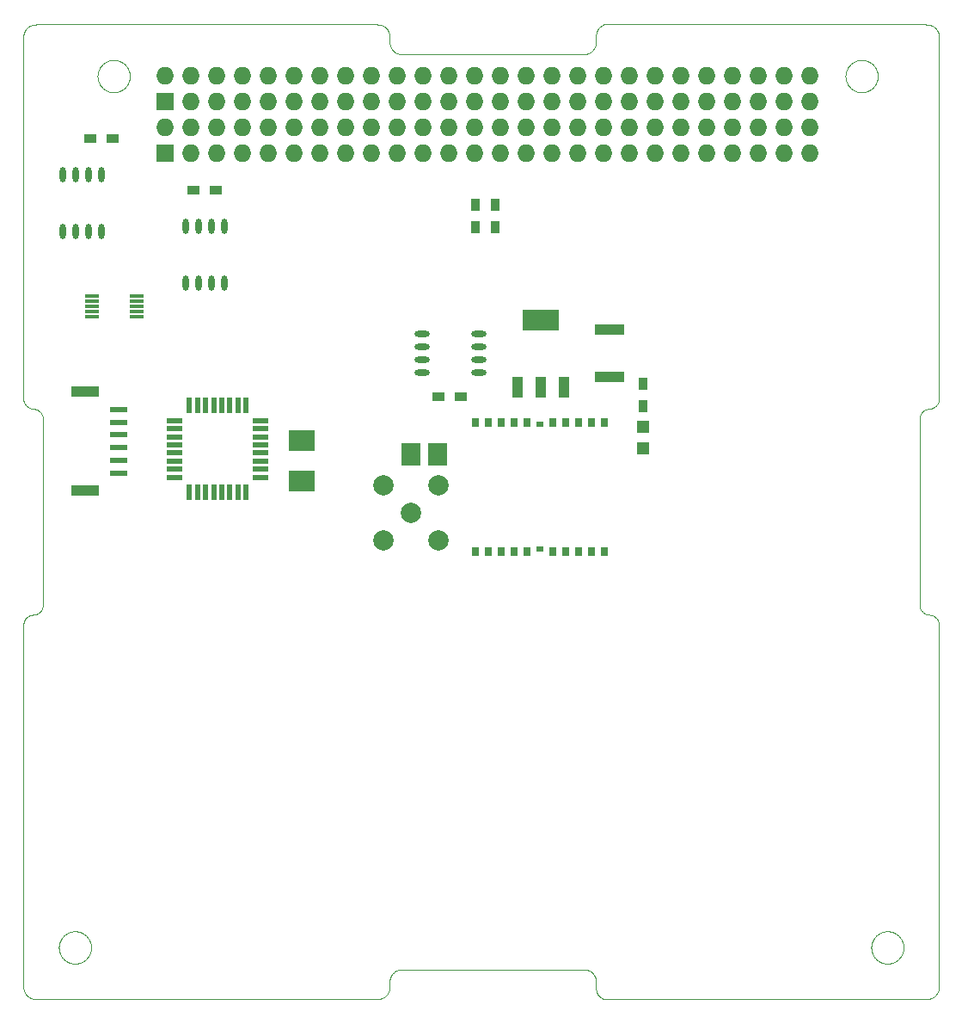
<source format=gbr>
G04 #@! TF.FileFunction,Soldermask,Top*
%FSLAX46Y46*%
G04 Gerber Fmt 4.6, Leading zero omitted, Abs format (unit mm)*
G04 Created by KiCad (PCBNEW 4.0.3-1.fc24-product) date Sat Oct 15 21:26:50 2016*
%MOMM*%
%LPD*%
G01*
G04 APERTURE LIST*
%ADD10C,0.100000*%
%ADD11R,1.727200X1.727200*%
%ADD12O,1.727200X1.727200*%
%ADD13R,1.400000X0.300000*%
%ADD14C,1.998980*%
%ADD15R,1.825000X2.200000*%
%ADD16R,1.600000X0.550000*%
%ADD17R,0.550000X1.600000*%
%ADD18R,3.000000X1.000000*%
%ADD19R,1.200000X0.900000*%
%ADD20O,1.473200X0.609600*%
%ADD21R,3.657600X2.032000*%
%ADD22R,1.016000X2.032000*%
%ADD23R,0.700000X0.500000*%
%ADD24R,0.700000X0.920000*%
%ADD25O,0.609600X1.473200*%
%ADD26R,1.800000X0.600000*%
%ADD27R,2.800000X1.000000*%
%ADD28R,2.500000X2.000000*%
%ADD29R,0.900000X1.200000*%
%ADD30R,1.198880X1.198880*%
G04 APERTURE END LIST*
D10*
X148181900Y-143153540D02*
X148181100Y-143103600D01*
X148184200Y-143203440D02*
X148181900Y-143153540D01*
X148188200Y-143253230D02*
X148184200Y-143203440D01*
X148193600Y-143302880D02*
X148188200Y-143253230D01*
X148200700Y-143352330D02*
X148193600Y-143302880D01*
X148209300Y-143401540D02*
X148200700Y-143352330D01*
X148219400Y-143450450D02*
X148209300Y-143401540D01*
X148231000Y-143499020D02*
X148219400Y-143450450D01*
X148244200Y-143547200D02*
X148231000Y-143499020D01*
X148258900Y-143594940D02*
X148244200Y-143547200D01*
X148275100Y-143642190D02*
X148258900Y-143594940D01*
X148292800Y-143688920D02*
X148275100Y-143642190D01*
X148311900Y-143735070D02*
X148292800Y-143688920D01*
X148332400Y-143780590D02*
X148311900Y-143735070D01*
X148354400Y-143825450D02*
X148332400Y-143780590D01*
X148377800Y-143869590D02*
X148354400Y-143825450D01*
X148402500Y-143912980D02*
X148377800Y-143869590D01*
X148428600Y-143955570D02*
X148402500Y-143912980D01*
X148456000Y-143997310D02*
X148428600Y-143955570D01*
X148484800Y-144038180D02*
X148456000Y-143997310D01*
X148514800Y-144078120D02*
X148484800Y-144038180D01*
X148546000Y-144117110D02*
X148514800Y-144078120D01*
X148578400Y-144155090D02*
X148546000Y-144117110D01*
X148612000Y-144192030D02*
X148578400Y-144155090D01*
X148646800Y-144227900D02*
X148612000Y-144192030D01*
X148682700Y-144262660D02*
X148646800Y-144227900D01*
X148719600Y-144296280D02*
X148682700Y-144262660D01*
X148757600Y-144328720D02*
X148719600Y-144296280D01*
X148796600Y-144359950D02*
X148757600Y-144328720D01*
X148836500Y-144389940D02*
X148796600Y-144359950D01*
X148877400Y-144418660D02*
X148836500Y-144389940D01*
X148919100Y-144446080D02*
X148877400Y-144418660D01*
X148961700Y-144472180D02*
X148919100Y-144446080D01*
X149005100Y-144496930D02*
X148961700Y-144472180D01*
X149049300Y-144520300D02*
X149005100Y-144496930D01*
X149094100Y-144542280D02*
X149049300Y-144520300D01*
X149139600Y-144562830D02*
X149094100Y-144542280D01*
X149185800Y-144581940D02*
X149139600Y-144562830D01*
X149232500Y-144599600D02*
X149185800Y-144581940D01*
X149279800Y-144615780D02*
X149232500Y-144599600D01*
X149327500Y-144630470D02*
X149279800Y-144615780D01*
X149375700Y-144643650D02*
X149327500Y-144630470D01*
X149424200Y-144655310D02*
X149375700Y-144643650D01*
X149473200Y-144665440D02*
X149424200Y-144655310D01*
X149522400Y-144674030D02*
X149473200Y-144665440D01*
X149571800Y-144681060D02*
X149522400Y-144674030D01*
X149621500Y-144686540D02*
X149571800Y-144681060D01*
X149671300Y-144690460D02*
X149621500Y-144686540D01*
X149721200Y-144692820D02*
X149671300Y-144690460D01*
X149771100Y-144693600D02*
X149721200Y-144692820D01*
X149821000Y-144692820D02*
X149771100Y-144693600D01*
X149870900Y-144690460D02*
X149821000Y-144692820D01*
X149920700Y-144686540D02*
X149870900Y-144690460D01*
X149970400Y-144681060D02*
X149920700Y-144686540D01*
X150019800Y-144674030D02*
X149970400Y-144681060D01*
X150069000Y-144665440D02*
X150019800Y-144674030D01*
X150117900Y-144655310D02*
X150069000Y-144665440D01*
X150166500Y-144643650D02*
X150117900Y-144655310D01*
X150214700Y-144630470D02*
X150166500Y-144643650D01*
X150262400Y-144615780D02*
X150214700Y-144630470D01*
X150309700Y-144599600D02*
X150262400Y-144615780D01*
X150356400Y-144581940D02*
X150309700Y-144599600D01*
X150402600Y-144562830D02*
X150356400Y-144581940D01*
X150448100Y-144542280D02*
X150402600Y-144562830D01*
X150492900Y-144520300D02*
X150448100Y-144542280D01*
X150537100Y-144496930D02*
X150492900Y-144520300D01*
X150580500Y-144472180D02*
X150537100Y-144496930D01*
X150623100Y-144446080D02*
X150580500Y-144472180D01*
X150664800Y-144418660D02*
X150623100Y-144446080D01*
X150705700Y-144389940D02*
X150664800Y-144418660D01*
X150745600Y-144359950D02*
X150705700Y-144389940D01*
X150784600Y-144328720D02*
X150745600Y-144359950D01*
X150822600Y-144296280D02*
X150784600Y-144328720D01*
X150859500Y-144262660D02*
X150822600Y-144296280D01*
X150895400Y-144227900D02*
X150859500Y-144262660D01*
X150930200Y-144192030D02*
X150895400Y-144227900D01*
X150963800Y-144155090D02*
X150930200Y-144192030D01*
X150996200Y-144117110D02*
X150963800Y-144155090D01*
X151027400Y-144078120D02*
X150996200Y-144117110D01*
X151057400Y-144038180D02*
X151027400Y-144078120D01*
X151086200Y-143997310D02*
X151057400Y-144038180D01*
X151113600Y-143955570D02*
X151086200Y-143997310D01*
X151139700Y-143912980D02*
X151113600Y-143955570D01*
X151164400Y-143869590D02*
X151139700Y-143912980D01*
X151187800Y-143825450D02*
X151164400Y-143869590D01*
X151209800Y-143780590D02*
X151187800Y-143825450D01*
X151230300Y-143735070D02*
X151209800Y-143780590D01*
X151249400Y-143688920D02*
X151230300Y-143735070D01*
X151267100Y-143642190D02*
X151249400Y-143688920D01*
X151283300Y-143594940D02*
X151267100Y-143642190D01*
X151298000Y-143547200D02*
X151283300Y-143594940D01*
X151311200Y-143499020D02*
X151298000Y-143547200D01*
X151322800Y-143450450D02*
X151311200Y-143499020D01*
X151332900Y-143401540D02*
X151322800Y-143450450D01*
X151341500Y-143352330D02*
X151332900Y-143401540D01*
X151348600Y-143302880D02*
X151341500Y-143352330D01*
X151354000Y-143253230D02*
X151348600Y-143302880D01*
X151358000Y-143203440D02*
X151354000Y-143253230D01*
X151360300Y-143153540D02*
X151358000Y-143203440D01*
X151361100Y-143103600D02*
X151360300Y-143153540D01*
X151360300Y-143053660D02*
X151361100Y-143103600D01*
X151358000Y-143003760D02*
X151360300Y-143053660D01*
X151354000Y-142953970D02*
X151358000Y-143003760D01*
X151348600Y-142904320D02*
X151354000Y-142953970D01*
X151341500Y-142854870D02*
X151348600Y-142904320D01*
X151332900Y-142805660D02*
X151341500Y-142854870D01*
X151322800Y-142756750D02*
X151332900Y-142805660D01*
X151311200Y-142708180D02*
X151322800Y-142756750D01*
X151298000Y-142660000D02*
X151311200Y-142708180D01*
X151283300Y-142612260D02*
X151298000Y-142660000D01*
X151267100Y-142565010D02*
X151283300Y-142612260D01*
X151249400Y-142518280D02*
X151267100Y-142565010D01*
X151230300Y-142472140D02*
X151249400Y-142518280D01*
X151209800Y-142426610D02*
X151230300Y-142472140D01*
X151187800Y-142381760D02*
X151209800Y-142426610D01*
X151164400Y-142337610D02*
X151187800Y-142381760D01*
X151139700Y-142294220D02*
X151164400Y-142337610D01*
X151113600Y-142251640D02*
X151139700Y-142294220D01*
X151086200Y-142209890D02*
X151113600Y-142251640D01*
X151057400Y-142169020D02*
X151086200Y-142209890D01*
X151027400Y-142129080D02*
X151057400Y-142169020D01*
X150996200Y-142090100D02*
X151027400Y-142129080D01*
X150963800Y-142052120D02*
X150996200Y-142090100D01*
X150930200Y-142015170D02*
X150963800Y-142052120D01*
X150895400Y-141979300D02*
X150930200Y-142015170D01*
X150859500Y-141944540D02*
X150895400Y-141979300D01*
X150822600Y-141910920D02*
X150859500Y-141944540D01*
X150784600Y-141878480D02*
X150822600Y-141910920D01*
X150745600Y-141847250D02*
X150784600Y-141878480D01*
X150705700Y-141817260D02*
X150745600Y-141847250D01*
X150664800Y-141788540D02*
X150705700Y-141817260D01*
X150623100Y-141761120D02*
X150664800Y-141788540D01*
X150580500Y-141735020D02*
X150623100Y-141761120D01*
X150537100Y-141710270D02*
X150580500Y-141735020D01*
X150492900Y-141686900D02*
X150537100Y-141710270D01*
X150448100Y-141664930D02*
X150492900Y-141686900D01*
X150402600Y-141644370D02*
X150448100Y-141664930D01*
X150356400Y-141625260D02*
X150402600Y-141644370D01*
X150309700Y-141607600D02*
X150356400Y-141625260D01*
X150262400Y-141591420D02*
X150309700Y-141607600D01*
X150214700Y-141576730D02*
X150262400Y-141591420D01*
X150166500Y-141563550D02*
X150214700Y-141576730D01*
X150117900Y-141551890D02*
X150166500Y-141563550D01*
X150069000Y-141541760D02*
X150117900Y-141551890D01*
X150019800Y-141533180D02*
X150069000Y-141541760D01*
X149970400Y-141526140D02*
X150019800Y-141533180D01*
X149920700Y-141520660D02*
X149970400Y-141526140D01*
X149870900Y-141516740D02*
X149920700Y-141520660D01*
X149821000Y-141514380D02*
X149870900Y-141516740D01*
X149771100Y-141513600D02*
X149821000Y-141514380D01*
X149721200Y-141514380D02*
X149771100Y-141513600D01*
X149671300Y-141516740D02*
X149721200Y-141514380D01*
X149621500Y-141520660D02*
X149671300Y-141516740D01*
X149571800Y-141526140D02*
X149621500Y-141520660D01*
X149522400Y-141533180D02*
X149571800Y-141526140D01*
X149473200Y-141541760D02*
X149522400Y-141533180D01*
X149424200Y-141551890D02*
X149473200Y-141541760D01*
X149375700Y-141563550D02*
X149424200Y-141551890D01*
X149327500Y-141576730D02*
X149375700Y-141563550D01*
X149279800Y-141591420D02*
X149327500Y-141576730D01*
X149232500Y-141607600D02*
X149279800Y-141591420D01*
X149185800Y-141625260D02*
X149232500Y-141607600D01*
X149139600Y-141644370D02*
X149185800Y-141625260D01*
X149094100Y-141664930D02*
X149139600Y-141644370D01*
X149049300Y-141686900D02*
X149094100Y-141664930D01*
X149005100Y-141710270D02*
X149049300Y-141686900D01*
X148961700Y-141735020D02*
X149005100Y-141710270D01*
X148919100Y-141761120D02*
X148961700Y-141735020D01*
X148877400Y-141788540D02*
X148919100Y-141761120D01*
X148836500Y-141817260D02*
X148877400Y-141788540D01*
X148796600Y-141847250D02*
X148836500Y-141817260D01*
X148757600Y-141878480D02*
X148796600Y-141847250D01*
X148719600Y-141910920D02*
X148757600Y-141878480D01*
X148682700Y-141944540D02*
X148719600Y-141910920D01*
X148646800Y-141979300D02*
X148682700Y-141944540D01*
X148612000Y-142015170D02*
X148646800Y-141979300D01*
X148578400Y-142052120D02*
X148612000Y-142015170D01*
X148546000Y-142090100D02*
X148578400Y-142052120D01*
X148514800Y-142129080D02*
X148546000Y-142090100D01*
X148484800Y-142169020D02*
X148514800Y-142129080D01*
X148456000Y-142209890D02*
X148484800Y-142169020D01*
X148428600Y-142251640D02*
X148456000Y-142209890D01*
X148402500Y-142294220D02*
X148428600Y-142251640D01*
X148377800Y-142337610D02*
X148402500Y-142294220D01*
X148354400Y-142381760D02*
X148377800Y-142337610D01*
X148332400Y-142426610D02*
X148354400Y-142381760D01*
X148311900Y-142472140D02*
X148332400Y-142426610D01*
X148292800Y-142518280D02*
X148311900Y-142472140D01*
X148275100Y-142565010D02*
X148292800Y-142518280D01*
X148258900Y-142612260D02*
X148275100Y-142565010D01*
X148244200Y-142660000D02*
X148258900Y-142612260D01*
X148231000Y-142708180D02*
X148244200Y-142660000D01*
X148219400Y-142756750D02*
X148231000Y-142708180D01*
X148209300Y-142805660D02*
X148219400Y-142756750D01*
X148200700Y-142854870D02*
X148209300Y-142805660D01*
X148193600Y-142904320D02*
X148200700Y-142854870D01*
X148188200Y-142953970D02*
X148193600Y-142904320D01*
X148184200Y-143003760D02*
X148188200Y-142953970D01*
X148181900Y-143053660D02*
X148184200Y-143003760D01*
X148181100Y-143103600D02*
X148181900Y-143053660D01*
X145641900Y-57423500D02*
X145641100Y-57373600D01*
X145644200Y-57473400D02*
X145641900Y-57423500D01*
X145648200Y-57523200D02*
X145644200Y-57473400D01*
X145653600Y-57572900D02*
X145648200Y-57523200D01*
X145660700Y-57622300D02*
X145653600Y-57572900D01*
X145669300Y-57671500D02*
X145660700Y-57622300D01*
X145679400Y-57720400D02*
X145669300Y-57671500D01*
X145691000Y-57769000D02*
X145679400Y-57720400D01*
X145704200Y-57817200D02*
X145691000Y-57769000D01*
X145718900Y-57864900D02*
X145704200Y-57817200D01*
X145735100Y-57912200D02*
X145718900Y-57864900D01*
X145752800Y-57958900D02*
X145735100Y-57912200D01*
X145771900Y-58005100D02*
X145752800Y-57958900D01*
X145792400Y-58050600D02*
X145771900Y-58005100D01*
X145814400Y-58095400D02*
X145792400Y-58050600D01*
X145837800Y-58139600D02*
X145814400Y-58095400D01*
X145862500Y-58183000D02*
X145837800Y-58139600D01*
X145888600Y-58225600D02*
X145862500Y-58183000D01*
X145916000Y-58267300D02*
X145888600Y-58225600D01*
X145944800Y-58308200D02*
X145916000Y-58267300D01*
X145974800Y-58348100D02*
X145944800Y-58308200D01*
X146006000Y-58387100D02*
X145974800Y-58348100D01*
X146038400Y-58425100D02*
X146006000Y-58387100D01*
X146072000Y-58462000D02*
X146038400Y-58425100D01*
X146106800Y-58497900D02*
X146072000Y-58462000D01*
X146142700Y-58532700D02*
X146106800Y-58497900D01*
X146179600Y-58566300D02*
X146142700Y-58532700D01*
X146217600Y-58598700D02*
X146179600Y-58566300D01*
X146256600Y-58630000D02*
X146217600Y-58598700D01*
X146296500Y-58659900D02*
X146256600Y-58630000D01*
X146337400Y-58688700D02*
X146296500Y-58659900D01*
X146379100Y-58716100D02*
X146337400Y-58688700D01*
X146421700Y-58742200D02*
X146379100Y-58716100D01*
X146465100Y-58766900D02*
X146421700Y-58742200D01*
X146509300Y-58790300D02*
X146465100Y-58766900D01*
X146554100Y-58812300D02*
X146509300Y-58790300D01*
X146599600Y-58832800D02*
X146554100Y-58812300D01*
X146645800Y-58851900D02*
X146599600Y-58832800D01*
X146692500Y-58869600D02*
X146645800Y-58851900D01*
X146739800Y-58885800D02*
X146692500Y-58869600D01*
X146787500Y-58900500D02*
X146739800Y-58885800D01*
X146835700Y-58913600D02*
X146787500Y-58900500D01*
X146884300Y-58925300D02*
X146835700Y-58913600D01*
X146933200Y-58935400D02*
X146884300Y-58925300D01*
X146982400Y-58944000D02*
X146933200Y-58935400D01*
X147031800Y-58951100D02*
X146982400Y-58944000D01*
X147081500Y-58956500D02*
X147031800Y-58951100D01*
X147131300Y-58960500D02*
X147081500Y-58956500D01*
X147181200Y-58962800D02*
X147131300Y-58960500D01*
X147231100Y-58963600D02*
X147181200Y-58962800D01*
X147281000Y-58962800D02*
X147231100Y-58963600D01*
X147330900Y-58960500D02*
X147281000Y-58962800D01*
X147380700Y-58956500D02*
X147330900Y-58960500D01*
X147430400Y-58951100D02*
X147380700Y-58956500D01*
X147479800Y-58944000D02*
X147430400Y-58951100D01*
X147529000Y-58935400D02*
X147479800Y-58944000D01*
X147578000Y-58925300D02*
X147529000Y-58935400D01*
X147626500Y-58913600D02*
X147578000Y-58925300D01*
X147674700Y-58900500D02*
X147626500Y-58913600D01*
X147722400Y-58885800D02*
X147674700Y-58900500D01*
X147769700Y-58869600D02*
X147722400Y-58885800D01*
X147816400Y-58851900D02*
X147769700Y-58869600D01*
X147862600Y-58832800D02*
X147816400Y-58851900D01*
X147908100Y-58812300D02*
X147862600Y-58832800D01*
X147952900Y-58790300D02*
X147908100Y-58812300D01*
X147997100Y-58766900D02*
X147952900Y-58790300D01*
X148040500Y-58742200D02*
X147997100Y-58766900D01*
X148083100Y-58716100D02*
X148040500Y-58742200D01*
X148124800Y-58688700D02*
X148083100Y-58716100D01*
X148165700Y-58659900D02*
X148124800Y-58688700D01*
X148205600Y-58630000D02*
X148165700Y-58659900D01*
X148244600Y-58598700D02*
X148205600Y-58630000D01*
X148282600Y-58566300D02*
X148244600Y-58598700D01*
X148319500Y-58532700D02*
X148282600Y-58566300D01*
X148355400Y-58497900D02*
X148319500Y-58532700D01*
X148390200Y-58462000D02*
X148355400Y-58497900D01*
X148423800Y-58425100D02*
X148390200Y-58462000D01*
X148456200Y-58387100D02*
X148423800Y-58425100D01*
X148487400Y-58348100D02*
X148456200Y-58387100D01*
X148517400Y-58308200D02*
X148487400Y-58348100D01*
X148546200Y-58267300D02*
X148517400Y-58308200D01*
X148573600Y-58225600D02*
X148546200Y-58267300D01*
X148599700Y-58183000D02*
X148573600Y-58225600D01*
X148624400Y-58139600D02*
X148599700Y-58183000D01*
X148647800Y-58095400D02*
X148624400Y-58139600D01*
X148669800Y-58050600D02*
X148647800Y-58095400D01*
X148690300Y-58005100D02*
X148669800Y-58050600D01*
X148709400Y-57958900D02*
X148690300Y-58005100D01*
X148727100Y-57912200D02*
X148709400Y-57958900D01*
X148743300Y-57864900D02*
X148727100Y-57912200D01*
X148758000Y-57817200D02*
X148743300Y-57864900D01*
X148771100Y-57769000D02*
X148758000Y-57817200D01*
X148782800Y-57720400D02*
X148771100Y-57769000D01*
X148792900Y-57671500D02*
X148782800Y-57720400D01*
X148801500Y-57622300D02*
X148792900Y-57671500D01*
X148808600Y-57572900D02*
X148801500Y-57622300D01*
X148814000Y-57523200D02*
X148808600Y-57572900D01*
X148818000Y-57473400D02*
X148814000Y-57523200D01*
X148820300Y-57423500D02*
X148818000Y-57473400D01*
X148821100Y-57373600D02*
X148820300Y-57423500D01*
X148820300Y-57323700D02*
X148821100Y-57373600D01*
X148818000Y-57273800D02*
X148820300Y-57323700D01*
X148814000Y-57224000D02*
X148818000Y-57273800D01*
X148808600Y-57174300D02*
X148814000Y-57224000D01*
X148801500Y-57124900D02*
X148808600Y-57174300D01*
X148792900Y-57075700D02*
X148801500Y-57124900D01*
X148782800Y-57026800D02*
X148792900Y-57075700D01*
X148771100Y-56978200D02*
X148782800Y-57026800D01*
X148758000Y-56930000D02*
X148771100Y-56978200D01*
X148743300Y-56882300D02*
X148758000Y-56930000D01*
X148727100Y-56835000D02*
X148743300Y-56882300D01*
X148709400Y-56788300D02*
X148727100Y-56835000D01*
X148690300Y-56742100D02*
X148709400Y-56788300D01*
X148669800Y-56696600D02*
X148690300Y-56742100D01*
X148647800Y-56651800D02*
X148669800Y-56696600D01*
X148624400Y-56607600D02*
X148647800Y-56651800D01*
X148599700Y-56564200D02*
X148624400Y-56607600D01*
X148573600Y-56521600D02*
X148599700Y-56564200D01*
X148546200Y-56479900D02*
X148573600Y-56521600D01*
X148517400Y-56439000D02*
X148546200Y-56479900D01*
X148487400Y-56399100D02*
X148517400Y-56439000D01*
X148456200Y-56360100D02*
X148487400Y-56399100D01*
X148423800Y-56322100D02*
X148456200Y-56360100D01*
X148390200Y-56285200D02*
X148423800Y-56322100D01*
X148355400Y-56249300D02*
X148390200Y-56285200D01*
X148319500Y-56214500D02*
X148355400Y-56249300D01*
X148282600Y-56180900D02*
X148319500Y-56214500D01*
X148244600Y-56148500D02*
X148282600Y-56180900D01*
X148205600Y-56117300D02*
X148244600Y-56148500D01*
X148165700Y-56087300D02*
X148205600Y-56117300D01*
X148124800Y-56058500D02*
X148165700Y-56087300D01*
X148083100Y-56031100D02*
X148124800Y-56058500D01*
X148040500Y-56005000D02*
X148083100Y-56031100D01*
X147997100Y-55980300D02*
X148040500Y-56005000D01*
X147952900Y-55956900D02*
X147997100Y-55980300D01*
X147908100Y-55934900D02*
X147952900Y-55956900D01*
X147862600Y-55914400D02*
X147908100Y-55934900D01*
X147816400Y-55895300D02*
X147862600Y-55914400D01*
X147769700Y-55877600D02*
X147816400Y-55895300D01*
X147722400Y-55861400D02*
X147769700Y-55877600D01*
X147674700Y-55846700D02*
X147722400Y-55861400D01*
X147626500Y-55833600D02*
X147674700Y-55846700D01*
X147578000Y-55821900D02*
X147626500Y-55833600D01*
X147529000Y-55811800D02*
X147578000Y-55821900D01*
X147479800Y-55803200D02*
X147529000Y-55811800D01*
X147430400Y-55796100D02*
X147479800Y-55803200D01*
X147380700Y-55790700D02*
X147430400Y-55796100D01*
X147330900Y-55786700D02*
X147380700Y-55790700D01*
X147281000Y-55784400D02*
X147330900Y-55786700D01*
X147231100Y-55783600D02*
X147281000Y-55784400D01*
X147181200Y-55784400D02*
X147231100Y-55783600D01*
X147131300Y-55786700D02*
X147181200Y-55784400D01*
X147081500Y-55790700D02*
X147131300Y-55786700D01*
X147031800Y-55796100D02*
X147081500Y-55790700D01*
X146982400Y-55803200D02*
X147031800Y-55796100D01*
X146933200Y-55811800D02*
X146982400Y-55803200D01*
X146884300Y-55821900D02*
X146933200Y-55811800D01*
X146835700Y-55833600D02*
X146884300Y-55821900D01*
X146787500Y-55846700D02*
X146835700Y-55833600D01*
X146739800Y-55861400D02*
X146787500Y-55846700D01*
X146692500Y-55877600D02*
X146739800Y-55861400D01*
X146645800Y-55895300D02*
X146692500Y-55877600D01*
X146599600Y-55914400D02*
X146645800Y-55895300D01*
X146554100Y-55934900D02*
X146599600Y-55914400D01*
X146509300Y-55956900D02*
X146554100Y-55934900D01*
X146465100Y-55980300D02*
X146509300Y-55956900D01*
X146421700Y-56005000D02*
X146465100Y-55980300D01*
X146379100Y-56031100D02*
X146421700Y-56005000D01*
X146337400Y-56058500D02*
X146379100Y-56031100D01*
X146296500Y-56087300D02*
X146337400Y-56058500D01*
X146256600Y-56117300D02*
X146296500Y-56087300D01*
X146217600Y-56148500D02*
X146256600Y-56117300D01*
X146179600Y-56180900D02*
X146217600Y-56148500D01*
X146142700Y-56214500D02*
X146179600Y-56180900D01*
X146106800Y-56249300D02*
X146142700Y-56214500D01*
X146072000Y-56285200D02*
X146106800Y-56249300D01*
X146038400Y-56322100D02*
X146072000Y-56285200D01*
X146006000Y-56360100D02*
X146038400Y-56322100D01*
X145974800Y-56399100D02*
X146006000Y-56360100D01*
X145944800Y-56439000D02*
X145974800Y-56399100D01*
X145916000Y-56479900D02*
X145944800Y-56439000D01*
X145888600Y-56521600D02*
X145916000Y-56479900D01*
X145862500Y-56564200D02*
X145888600Y-56521600D01*
X145837800Y-56607600D02*
X145862500Y-56564200D01*
X145814400Y-56651800D02*
X145837800Y-56607600D01*
X145792400Y-56696600D02*
X145814400Y-56651800D01*
X145771900Y-56742100D02*
X145792400Y-56696600D01*
X145752800Y-56788300D02*
X145771900Y-56742100D01*
X145735100Y-56835000D02*
X145752800Y-56788300D01*
X145718900Y-56882300D02*
X145735100Y-56835000D01*
X145704200Y-56930000D02*
X145718900Y-56882300D01*
X145691000Y-56978200D02*
X145704200Y-56930000D01*
X145679400Y-57026800D02*
X145691000Y-56978200D01*
X145669300Y-57075700D02*
X145679400Y-57026800D01*
X145660700Y-57124900D02*
X145669300Y-57075700D01*
X145653600Y-57174300D02*
X145660700Y-57124900D01*
X145648200Y-57224000D02*
X145653600Y-57174300D01*
X145644200Y-57273800D02*
X145648200Y-57224000D01*
X145641900Y-57323700D02*
X145644200Y-57273800D01*
X145641100Y-57373600D02*
X145641900Y-57323700D01*
X71981880Y-57423500D02*
X71981100Y-57373600D01*
X71984240Y-57473400D02*
X71981880Y-57423500D01*
X71988160Y-57523200D02*
X71984240Y-57473400D01*
X71993640Y-57572900D02*
X71988160Y-57523200D01*
X72000680Y-57622300D02*
X71993640Y-57572900D01*
X72009260Y-57671500D02*
X72000680Y-57622300D01*
X72019390Y-57720400D02*
X72009260Y-57671500D01*
X72031050Y-57769000D02*
X72019390Y-57720400D01*
X72044230Y-57817200D02*
X72031050Y-57769000D01*
X72058920Y-57864900D02*
X72044230Y-57817200D01*
X72075100Y-57912200D02*
X72058920Y-57864900D01*
X72092750Y-57958900D02*
X72075100Y-57912200D01*
X72111870Y-58005100D02*
X72092750Y-57958900D01*
X72132420Y-58050600D02*
X72111870Y-58005100D01*
X72154400Y-58095400D02*
X72132420Y-58050600D01*
X72177770Y-58139600D02*
X72154400Y-58095400D01*
X72202520Y-58183000D02*
X72177770Y-58139600D01*
X72228620Y-58225600D02*
X72202520Y-58183000D01*
X72256040Y-58267300D02*
X72228620Y-58225600D01*
X72284760Y-58308200D02*
X72256040Y-58267300D01*
X72314750Y-58348100D02*
X72284760Y-58308200D01*
X72345980Y-58387100D02*
X72314750Y-58348100D01*
X72378420Y-58425100D02*
X72345980Y-58387100D01*
X72412040Y-58462000D02*
X72378420Y-58425100D01*
X72446800Y-58497900D02*
X72412040Y-58462000D01*
X72482670Y-58532700D02*
X72446800Y-58497900D01*
X72519610Y-58566300D02*
X72482670Y-58532700D01*
X72557600Y-58598700D02*
X72519610Y-58566300D01*
X72596580Y-58630000D02*
X72557600Y-58598700D01*
X72636520Y-58659900D02*
X72596580Y-58630000D01*
X72677390Y-58688700D02*
X72636520Y-58659900D01*
X72719140Y-58716100D02*
X72677390Y-58688700D01*
X72761720Y-58742200D02*
X72719140Y-58716100D01*
X72805110Y-58766900D02*
X72761720Y-58742200D01*
X72849250Y-58790300D02*
X72805110Y-58766900D01*
X72894110Y-58812300D02*
X72849250Y-58790300D01*
X72939630Y-58832800D02*
X72894110Y-58812300D01*
X72985780Y-58851900D02*
X72939630Y-58832800D01*
X73032510Y-58869600D02*
X72985780Y-58851900D01*
X73079760Y-58885800D02*
X73032510Y-58869600D01*
X73127500Y-58900500D02*
X73079760Y-58885800D01*
X73175680Y-58913600D02*
X73127500Y-58900500D01*
X73224250Y-58925300D02*
X73175680Y-58913600D01*
X73273160Y-58935400D02*
X73224250Y-58925300D01*
X73322370Y-58944000D02*
X73273160Y-58935400D01*
X73371820Y-58951100D02*
X73322370Y-58944000D01*
X73421470Y-58956500D02*
X73371820Y-58951100D01*
X73471260Y-58960500D02*
X73421470Y-58956500D01*
X73521160Y-58962800D02*
X73471260Y-58960500D01*
X73571100Y-58963600D02*
X73521160Y-58962800D01*
X73621040Y-58962800D02*
X73571100Y-58963600D01*
X73670940Y-58960500D02*
X73621040Y-58962800D01*
X73720730Y-58956500D02*
X73670940Y-58960500D01*
X73770380Y-58951100D02*
X73720730Y-58956500D01*
X73819830Y-58944000D02*
X73770380Y-58951100D01*
X73869040Y-58935400D02*
X73819830Y-58944000D01*
X73917950Y-58925300D02*
X73869040Y-58935400D01*
X73966520Y-58913600D02*
X73917950Y-58925300D01*
X74014700Y-58900500D02*
X73966520Y-58913600D01*
X74062440Y-58885800D02*
X74014700Y-58900500D01*
X74109690Y-58869600D02*
X74062440Y-58885800D01*
X74156420Y-58851900D02*
X74109690Y-58869600D01*
X74202560Y-58832800D02*
X74156420Y-58851900D01*
X74248090Y-58812300D02*
X74202560Y-58832800D01*
X74292940Y-58790300D02*
X74248090Y-58812300D01*
X74337090Y-58766900D02*
X74292940Y-58790300D01*
X74380480Y-58742200D02*
X74337090Y-58766900D01*
X74423060Y-58716100D02*
X74380480Y-58742200D01*
X74464810Y-58688700D02*
X74423060Y-58716100D01*
X74505680Y-58659900D02*
X74464810Y-58688700D01*
X74545620Y-58630000D02*
X74505680Y-58659900D01*
X74584600Y-58598700D02*
X74545620Y-58630000D01*
X74622590Y-58566300D02*
X74584600Y-58598700D01*
X74659530Y-58532700D02*
X74622590Y-58566300D01*
X74695400Y-58497900D02*
X74659530Y-58532700D01*
X74730200Y-58462000D02*
X74695400Y-58497900D01*
X74763800Y-58425100D02*
X74730200Y-58462000D01*
X74796200Y-58387100D02*
X74763800Y-58425100D01*
X74827400Y-58348100D02*
X74796200Y-58387100D01*
X74857400Y-58308200D02*
X74827400Y-58348100D01*
X74886200Y-58267300D02*
X74857400Y-58308200D01*
X74913600Y-58225600D02*
X74886200Y-58267300D01*
X74939700Y-58183000D02*
X74913600Y-58225600D01*
X74964400Y-58139600D02*
X74939700Y-58183000D01*
X74987800Y-58095400D02*
X74964400Y-58139600D01*
X75009800Y-58050600D02*
X74987800Y-58095400D01*
X75030300Y-58005100D02*
X75009800Y-58050600D01*
X75049400Y-57958900D02*
X75030300Y-58005100D01*
X75067100Y-57912200D02*
X75049400Y-57958900D01*
X75083300Y-57864900D02*
X75067100Y-57912200D01*
X75098000Y-57817200D02*
X75083300Y-57864900D01*
X75111100Y-57769000D02*
X75098000Y-57817200D01*
X75122800Y-57720400D02*
X75111100Y-57769000D01*
X75132900Y-57671500D02*
X75122800Y-57720400D01*
X75141500Y-57622300D02*
X75132900Y-57671500D01*
X75148600Y-57572900D02*
X75141500Y-57622300D01*
X75154000Y-57523200D02*
X75148600Y-57572900D01*
X75158000Y-57473400D02*
X75154000Y-57523200D01*
X75160300Y-57423500D02*
X75158000Y-57473400D01*
X75161100Y-57373600D02*
X75160300Y-57423500D01*
X75160300Y-57323700D02*
X75161100Y-57373600D01*
X75158000Y-57273800D02*
X75160300Y-57323700D01*
X75154000Y-57224000D02*
X75158000Y-57273800D01*
X75148600Y-57174300D02*
X75154000Y-57224000D01*
X75141500Y-57124900D02*
X75148600Y-57174300D01*
X75132900Y-57075700D02*
X75141500Y-57124900D01*
X75122800Y-57026800D02*
X75132900Y-57075700D01*
X75111100Y-56978200D02*
X75122800Y-57026800D01*
X75098000Y-56930000D02*
X75111100Y-56978200D01*
X75083300Y-56882300D02*
X75098000Y-56930000D01*
X75067100Y-56835000D02*
X75083300Y-56882300D01*
X75049400Y-56788300D02*
X75067100Y-56835000D01*
X75030300Y-56742100D02*
X75049400Y-56788300D01*
X75009800Y-56696600D02*
X75030300Y-56742100D01*
X74987800Y-56651800D02*
X75009800Y-56696600D01*
X74964400Y-56607600D02*
X74987800Y-56651800D01*
X74939700Y-56564200D02*
X74964400Y-56607600D01*
X74913600Y-56521600D02*
X74939700Y-56564200D01*
X74886200Y-56479900D02*
X74913600Y-56521600D01*
X74857400Y-56439000D02*
X74886200Y-56479900D01*
X74827400Y-56399100D02*
X74857400Y-56439000D01*
X74796200Y-56360100D02*
X74827400Y-56399100D01*
X74763800Y-56322100D02*
X74796200Y-56360100D01*
X74730200Y-56285200D02*
X74763800Y-56322100D01*
X74695400Y-56249300D02*
X74730200Y-56285200D01*
X74659530Y-56214500D02*
X74695400Y-56249300D01*
X74622590Y-56180900D02*
X74659530Y-56214500D01*
X74584600Y-56148500D02*
X74622590Y-56180900D01*
X74545620Y-56117300D02*
X74584600Y-56148500D01*
X74505680Y-56087300D02*
X74545620Y-56117300D01*
X74464810Y-56058500D02*
X74505680Y-56087300D01*
X74423060Y-56031100D02*
X74464810Y-56058500D01*
X74380480Y-56005000D02*
X74423060Y-56031100D01*
X74337090Y-55980300D02*
X74380480Y-56005000D01*
X74292940Y-55956900D02*
X74337090Y-55980300D01*
X74248090Y-55934900D02*
X74292940Y-55956900D01*
X74202560Y-55914400D02*
X74248090Y-55934900D01*
X74156420Y-55895300D02*
X74202560Y-55914400D01*
X74109690Y-55877600D02*
X74156420Y-55895300D01*
X74062440Y-55861400D02*
X74109690Y-55877600D01*
X74014700Y-55846700D02*
X74062440Y-55861400D01*
X73966520Y-55833600D02*
X74014700Y-55846700D01*
X73917950Y-55821900D02*
X73966520Y-55833600D01*
X73869040Y-55811800D02*
X73917950Y-55821900D01*
X73819830Y-55803200D02*
X73869040Y-55811800D01*
X73770380Y-55796100D02*
X73819830Y-55803200D01*
X73720730Y-55790700D02*
X73770380Y-55796100D01*
X73670940Y-55786700D02*
X73720730Y-55790700D01*
X73621040Y-55784400D02*
X73670940Y-55786700D01*
X73571100Y-55783600D02*
X73621040Y-55784400D01*
X73521160Y-55784400D02*
X73571100Y-55783600D01*
X73471260Y-55786700D02*
X73521160Y-55784400D01*
X73421470Y-55790700D02*
X73471260Y-55786700D01*
X73371820Y-55796100D02*
X73421470Y-55790700D01*
X73322370Y-55803200D02*
X73371820Y-55796100D01*
X73273160Y-55811800D02*
X73322370Y-55803200D01*
X73224250Y-55821900D02*
X73273160Y-55811800D01*
X73175680Y-55833600D02*
X73224250Y-55821900D01*
X73127500Y-55846700D02*
X73175680Y-55833600D01*
X73079760Y-55861400D02*
X73127500Y-55846700D01*
X73032510Y-55877600D02*
X73079760Y-55861400D01*
X72985780Y-55895300D02*
X73032510Y-55877600D01*
X72939630Y-55914400D02*
X72985780Y-55895300D01*
X72894110Y-55934900D02*
X72939630Y-55914400D01*
X72849250Y-55956900D02*
X72894110Y-55934900D01*
X72805110Y-55980300D02*
X72849250Y-55956900D01*
X72761720Y-56005000D02*
X72805110Y-55980300D01*
X72719140Y-56031100D02*
X72761720Y-56005000D01*
X72677390Y-56058500D02*
X72719140Y-56031100D01*
X72636520Y-56087300D02*
X72677390Y-56058500D01*
X72596580Y-56117300D02*
X72636520Y-56087300D01*
X72557600Y-56148500D02*
X72596580Y-56117300D01*
X72519610Y-56180900D02*
X72557600Y-56148500D01*
X72482670Y-56214500D02*
X72519610Y-56180900D01*
X72446800Y-56249300D02*
X72482670Y-56214500D01*
X72412040Y-56285200D02*
X72446800Y-56249300D01*
X72378420Y-56322100D02*
X72412040Y-56285200D01*
X72345980Y-56360100D02*
X72378420Y-56322100D01*
X72314750Y-56399100D02*
X72345980Y-56360100D01*
X72284760Y-56439000D02*
X72314750Y-56399100D01*
X72256040Y-56479900D02*
X72284760Y-56439000D01*
X72228620Y-56521600D02*
X72256040Y-56479900D01*
X72202520Y-56564200D02*
X72228620Y-56521600D01*
X72177770Y-56607600D02*
X72202520Y-56564200D01*
X72154400Y-56651800D02*
X72177770Y-56607600D01*
X72132420Y-56696600D02*
X72154400Y-56651800D01*
X72111870Y-56742100D02*
X72132420Y-56696600D01*
X72092750Y-56788300D02*
X72111870Y-56742100D01*
X72075100Y-56835000D02*
X72092750Y-56788300D01*
X72058920Y-56882300D02*
X72075100Y-56835000D01*
X72044230Y-56930000D02*
X72058920Y-56882300D01*
X72031050Y-56978200D02*
X72044230Y-56930000D01*
X72019390Y-57026800D02*
X72031050Y-56978200D01*
X72009260Y-57075700D02*
X72019390Y-57026800D01*
X72000680Y-57124900D02*
X72009260Y-57075700D01*
X71993640Y-57174300D02*
X72000680Y-57124900D01*
X71988160Y-57224000D02*
X71993640Y-57174300D01*
X71984240Y-57273800D02*
X71988160Y-57224000D01*
X71981880Y-57323700D02*
X71984240Y-57273800D01*
X71981100Y-57373600D02*
X71981880Y-57323700D01*
X68171880Y-143153540D02*
X68171100Y-143103600D01*
X68174240Y-143203440D02*
X68171880Y-143153540D01*
X68178160Y-143253230D02*
X68174240Y-143203440D01*
X68183640Y-143302880D02*
X68178160Y-143253230D01*
X68190670Y-143352330D02*
X68183640Y-143302880D01*
X68199260Y-143401540D02*
X68190670Y-143352330D01*
X68209390Y-143450450D02*
X68199260Y-143401540D01*
X68221050Y-143499020D02*
X68209390Y-143450450D01*
X68234230Y-143547200D02*
X68221050Y-143499020D01*
X68248920Y-143594940D02*
X68234230Y-143547200D01*
X68265100Y-143642190D02*
X68248920Y-143594940D01*
X68282760Y-143688920D02*
X68265100Y-143642190D01*
X68301870Y-143735070D02*
X68282760Y-143688920D01*
X68322420Y-143780590D02*
X68301870Y-143735070D01*
X68344400Y-143825450D02*
X68322420Y-143780590D01*
X68367770Y-143869590D02*
X68344400Y-143825450D01*
X68392520Y-143912980D02*
X68367770Y-143869590D01*
X68418620Y-143955570D02*
X68392520Y-143912980D01*
X68446040Y-143997310D02*
X68418620Y-143955570D01*
X68474760Y-144038180D02*
X68446040Y-143997310D01*
X68504750Y-144078120D02*
X68474760Y-144038180D01*
X68535980Y-144117110D02*
X68504750Y-144078120D01*
X68568420Y-144155090D02*
X68535980Y-144117110D01*
X68602040Y-144192030D02*
X68568420Y-144155090D01*
X68636800Y-144227900D02*
X68602040Y-144192030D01*
X68672670Y-144262660D02*
X68636800Y-144227900D01*
X68709610Y-144296280D02*
X68672670Y-144262660D01*
X68747590Y-144328720D02*
X68709610Y-144296280D01*
X68786580Y-144359950D02*
X68747590Y-144328720D01*
X68826520Y-144389940D02*
X68786580Y-144359950D01*
X68867390Y-144418660D02*
X68826520Y-144389940D01*
X68909130Y-144446080D02*
X68867390Y-144418660D01*
X68951720Y-144472180D02*
X68909130Y-144446080D01*
X68995110Y-144496930D02*
X68951720Y-144472180D01*
X69039250Y-144520300D02*
X68995110Y-144496930D01*
X69084110Y-144542280D02*
X69039250Y-144520300D01*
X69129630Y-144562830D02*
X69084110Y-144542280D01*
X69175780Y-144581940D02*
X69129630Y-144562830D01*
X69222510Y-144599600D02*
X69175780Y-144581940D01*
X69269760Y-144615780D02*
X69222510Y-144599600D01*
X69317500Y-144630470D02*
X69269760Y-144615780D01*
X69365680Y-144643650D02*
X69317500Y-144630470D01*
X69414250Y-144655310D02*
X69365680Y-144643650D01*
X69463160Y-144665440D02*
X69414250Y-144655310D01*
X69512370Y-144674030D02*
X69463160Y-144665440D01*
X69561820Y-144681060D02*
X69512370Y-144674030D01*
X69611470Y-144686540D02*
X69561820Y-144681060D01*
X69661260Y-144690460D02*
X69611470Y-144686540D01*
X69711160Y-144692820D02*
X69661260Y-144690460D01*
X69761100Y-144693600D02*
X69711160Y-144692820D01*
X69811040Y-144692820D02*
X69761100Y-144693600D01*
X69860940Y-144690460D02*
X69811040Y-144692820D01*
X69910730Y-144686540D02*
X69860940Y-144690460D01*
X69960380Y-144681060D02*
X69910730Y-144686540D01*
X70009830Y-144674030D02*
X69960380Y-144681060D01*
X70059040Y-144665440D02*
X70009830Y-144674030D01*
X70107950Y-144655310D02*
X70059040Y-144665440D01*
X70156520Y-144643650D02*
X70107950Y-144655310D01*
X70204700Y-144630470D02*
X70156520Y-144643650D01*
X70252440Y-144615780D02*
X70204700Y-144630470D01*
X70299690Y-144599600D02*
X70252440Y-144615780D01*
X70346420Y-144581940D02*
X70299690Y-144599600D01*
X70392560Y-144562830D02*
X70346420Y-144581940D01*
X70438090Y-144542280D02*
X70392560Y-144562830D01*
X70482940Y-144520300D02*
X70438090Y-144542280D01*
X70527090Y-144496930D02*
X70482940Y-144520300D01*
X70570480Y-144472180D02*
X70527090Y-144496930D01*
X70613060Y-144446080D02*
X70570480Y-144472180D01*
X70654810Y-144418660D02*
X70613060Y-144446080D01*
X70695680Y-144389940D02*
X70654810Y-144418660D01*
X70735620Y-144359950D02*
X70695680Y-144389940D01*
X70774600Y-144328720D02*
X70735620Y-144359950D01*
X70812580Y-144296280D02*
X70774600Y-144328720D01*
X70849530Y-144262660D02*
X70812580Y-144296280D01*
X70885400Y-144227900D02*
X70849530Y-144262660D01*
X70920160Y-144192030D02*
X70885400Y-144227900D01*
X70953780Y-144155090D02*
X70920160Y-144192030D01*
X70986220Y-144117110D02*
X70953780Y-144155090D01*
X71017450Y-144078120D02*
X70986220Y-144117110D01*
X71047440Y-144038180D02*
X71017450Y-144078120D01*
X71076160Y-143997310D02*
X71047440Y-144038180D01*
X71103580Y-143955570D02*
X71076160Y-143997310D01*
X71129680Y-143912980D02*
X71103580Y-143955570D01*
X71154430Y-143869590D02*
X71129680Y-143912980D01*
X71177800Y-143825450D02*
X71154430Y-143869590D01*
X71199770Y-143780590D02*
X71177800Y-143825450D01*
X71220330Y-143735070D02*
X71199770Y-143780590D01*
X71239440Y-143688920D02*
X71220330Y-143735070D01*
X71257100Y-143642190D02*
X71239440Y-143688920D01*
X71273280Y-143594940D02*
X71257100Y-143642190D01*
X71287970Y-143547200D02*
X71273280Y-143594940D01*
X71301150Y-143499020D02*
X71287970Y-143547200D01*
X71312810Y-143450450D02*
X71301150Y-143499020D01*
X71322940Y-143401540D02*
X71312810Y-143450450D01*
X71331520Y-143352330D02*
X71322940Y-143401540D01*
X71338560Y-143302880D02*
X71331520Y-143352330D01*
X71344040Y-143253230D02*
X71338560Y-143302880D01*
X71347960Y-143203440D02*
X71344040Y-143253230D01*
X71350320Y-143153540D02*
X71347960Y-143203440D01*
X71351100Y-143103600D02*
X71350320Y-143153540D01*
X71350320Y-143053660D02*
X71351100Y-143103600D01*
X71347960Y-143003760D02*
X71350320Y-143053660D01*
X71344040Y-142953970D02*
X71347960Y-143003760D01*
X71338560Y-142904320D02*
X71344040Y-142953970D01*
X71331520Y-142854870D02*
X71338560Y-142904320D01*
X71322940Y-142805660D02*
X71331520Y-142854870D01*
X71312810Y-142756750D02*
X71322940Y-142805660D01*
X71301150Y-142708180D02*
X71312810Y-142756750D01*
X71287970Y-142660000D02*
X71301150Y-142708180D01*
X71273280Y-142612260D02*
X71287970Y-142660000D01*
X71257100Y-142565010D02*
X71273280Y-142612260D01*
X71239440Y-142518280D02*
X71257100Y-142565010D01*
X71220330Y-142472140D02*
X71239440Y-142518280D01*
X71199770Y-142426610D02*
X71220330Y-142472140D01*
X71177800Y-142381760D02*
X71199770Y-142426610D01*
X71154430Y-142337610D02*
X71177800Y-142381760D01*
X71129680Y-142294220D02*
X71154430Y-142337610D01*
X71103580Y-142251640D02*
X71129680Y-142294220D01*
X71076160Y-142209890D02*
X71103580Y-142251640D01*
X71047440Y-142169020D02*
X71076160Y-142209890D01*
X71017450Y-142129080D02*
X71047440Y-142169020D01*
X70986220Y-142090100D02*
X71017450Y-142129080D01*
X70953780Y-142052120D02*
X70986220Y-142090100D01*
X70920160Y-142015170D02*
X70953780Y-142052120D01*
X70885400Y-141979300D02*
X70920160Y-142015170D01*
X70849530Y-141944540D02*
X70885400Y-141979300D01*
X70812580Y-141910920D02*
X70849530Y-141944540D01*
X70774600Y-141878480D02*
X70812580Y-141910920D01*
X70735620Y-141847250D02*
X70774600Y-141878480D01*
X70695680Y-141817260D02*
X70735620Y-141847250D01*
X70654810Y-141788540D02*
X70695680Y-141817260D01*
X70613060Y-141761120D02*
X70654810Y-141788540D01*
X70570480Y-141735020D02*
X70613060Y-141761120D01*
X70527090Y-141710270D02*
X70570480Y-141735020D01*
X70482940Y-141686900D02*
X70527090Y-141710270D01*
X70438090Y-141664930D02*
X70482940Y-141686900D01*
X70392560Y-141644370D02*
X70438090Y-141664930D01*
X70346420Y-141625260D02*
X70392560Y-141644370D01*
X70299690Y-141607600D02*
X70346420Y-141625260D01*
X70252440Y-141591420D02*
X70299690Y-141607600D01*
X70204700Y-141576730D02*
X70252440Y-141591420D01*
X70156520Y-141563550D02*
X70204700Y-141576730D01*
X70107950Y-141551890D02*
X70156520Y-141563550D01*
X70059040Y-141541760D02*
X70107950Y-141551890D01*
X70009830Y-141533180D02*
X70059040Y-141541760D01*
X69960380Y-141526140D02*
X70009830Y-141533180D01*
X69910730Y-141520660D02*
X69960380Y-141526140D01*
X69860940Y-141516740D02*
X69910730Y-141520660D01*
X69811040Y-141514380D02*
X69860940Y-141516740D01*
X69761100Y-141513600D02*
X69811040Y-141514380D01*
X69711160Y-141514380D02*
X69761100Y-141513600D01*
X69661260Y-141516740D02*
X69711160Y-141514380D01*
X69611470Y-141520660D02*
X69661260Y-141516740D01*
X69561820Y-141526140D02*
X69611470Y-141520660D01*
X69512370Y-141533180D02*
X69561820Y-141526140D01*
X69463160Y-141541760D02*
X69512370Y-141533180D01*
X69414250Y-141551890D02*
X69463160Y-141541760D01*
X69365680Y-141563550D02*
X69414250Y-141551890D01*
X69317500Y-141576730D02*
X69365680Y-141563550D01*
X69269760Y-141591420D02*
X69317500Y-141576730D01*
X69222510Y-141607600D02*
X69269760Y-141591420D01*
X69175780Y-141625260D02*
X69222510Y-141607600D01*
X69129630Y-141644370D02*
X69175780Y-141625260D01*
X69084110Y-141664930D02*
X69129630Y-141644370D01*
X69039250Y-141686900D02*
X69084110Y-141664930D01*
X68995110Y-141710270D02*
X69039250Y-141686900D01*
X68951720Y-141735020D02*
X68995110Y-141710270D01*
X68909130Y-141761120D02*
X68951720Y-141735020D01*
X68867390Y-141788540D02*
X68909130Y-141761120D01*
X68826520Y-141817260D02*
X68867390Y-141788540D01*
X68786580Y-141847250D02*
X68826520Y-141817260D01*
X68747590Y-141878480D02*
X68786580Y-141847250D01*
X68709610Y-141910920D02*
X68747590Y-141878480D01*
X68672670Y-141944540D02*
X68709610Y-141910920D01*
X68636800Y-141979300D02*
X68672670Y-141944540D01*
X68602040Y-142015170D02*
X68636800Y-141979300D01*
X68568420Y-142052120D02*
X68602040Y-142015170D01*
X68535980Y-142090100D02*
X68568420Y-142052120D01*
X68504750Y-142129080D02*
X68535980Y-142090100D01*
X68474760Y-142169020D02*
X68504750Y-142129080D01*
X68446040Y-142209890D02*
X68474760Y-142169020D01*
X68418620Y-142251640D02*
X68446040Y-142209890D01*
X68392520Y-142294220D02*
X68418620Y-142251640D01*
X68367770Y-142337610D02*
X68392520Y-142294220D01*
X68344400Y-142381760D02*
X68367770Y-142337610D01*
X68322420Y-142426610D02*
X68344400Y-142381760D01*
X68301870Y-142472140D02*
X68322420Y-142426610D01*
X68282760Y-142518280D02*
X68301870Y-142472140D01*
X68265100Y-142565010D02*
X68282760Y-142518280D01*
X68248920Y-142612260D02*
X68265100Y-142565010D01*
X68234230Y-142660000D02*
X68248920Y-142612260D01*
X68221050Y-142708180D02*
X68234230Y-142660000D01*
X68209390Y-142756750D02*
X68221050Y-142708180D01*
X68199260Y-142805660D02*
X68209390Y-142756750D01*
X68190670Y-142854870D02*
X68199260Y-142805660D01*
X68183640Y-142904320D02*
X68190670Y-142854870D01*
X68178160Y-142953970D02*
X68183640Y-142904320D01*
X68174240Y-143003760D02*
X68178160Y-142953970D01*
X68171880Y-143053660D02*
X68174240Y-143003760D01*
X68171100Y-143103600D02*
X68171880Y-143053660D01*
X64681100Y-111423600D02*
X64681100Y-146933600D01*
X64682662Y-111423600D02*
X64681100Y-111423600D01*
X64681411Y-111398500D02*
X64682662Y-111423600D01*
X64681411Y-111348700D02*
X64681411Y-111398500D01*
X64683897Y-111298900D02*
X64681411Y-111348700D01*
X64688860Y-111249300D02*
X64683897Y-111298900D01*
X64696293Y-111199900D02*
X64688860Y-111249300D01*
X64706172Y-111151100D02*
X64696293Y-111199900D01*
X64718476Y-111102800D02*
X64706172Y-111151100D01*
X64733174Y-111055100D02*
X64718476Y-111102800D01*
X64750227Y-111008300D02*
X64733174Y-111055100D01*
X64769593Y-110962300D02*
X64750227Y-111008300D01*
X64791227Y-110917400D02*
X64769593Y-110962300D01*
X64815074Y-110873600D02*
X64791227Y-110917400D01*
X64841073Y-110831100D02*
X64815074Y-110873600D01*
X64869163Y-110789900D02*
X64841073Y-110831100D01*
X64899268Y-110750100D02*
X64869163Y-110789900D01*
X64931318Y-110711900D02*
X64899268Y-110750100D01*
X64965234Y-110675400D02*
X64931318Y-110711900D01*
X65000927Y-110640500D02*
X64965234Y-110675400D01*
X65038312Y-110607600D02*
X65000927Y-110640500D01*
X65077295Y-110576500D02*
X65038312Y-110607600D01*
X65117781Y-110547400D02*
X65077295Y-110576500D01*
X65159664Y-110520300D02*
X65117781Y-110547400D01*
X65202846Y-110495400D02*
X65159664Y-110520300D01*
X65247214Y-110472600D02*
X65202846Y-110495400D01*
X65292665Y-110452100D02*
X65247214Y-110472600D01*
X65339078Y-110433900D02*
X65292665Y-110452100D01*
X65386343Y-110418000D02*
X65339078Y-110433900D01*
X65434342Y-110404500D02*
X65386343Y-110418000D01*
X65482952Y-110393400D02*
X65434342Y-110404500D01*
X65532057Y-110384800D02*
X65482952Y-110393400D01*
X65581532Y-110378600D02*
X65532057Y-110384800D01*
X65631252Y-110374800D02*
X65581532Y-110378600D01*
X65681100Y-110373600D02*
X65631252Y-110374800D01*
X65730950Y-110374800D02*
X65681100Y-110373600D01*
X65731100Y-110374900D02*
X65730950Y-110374800D01*
X65731100Y-110364800D02*
X65731100Y-110374900D01*
X65750140Y-110362400D02*
X65731100Y-110364800D01*
X65799250Y-110353800D02*
X65750140Y-110362400D01*
X65847860Y-110342700D02*
X65799250Y-110353800D01*
X65895860Y-110329200D02*
X65847860Y-110342700D01*
X65943120Y-110313300D02*
X65895860Y-110329200D01*
X65989540Y-110295100D02*
X65943120Y-110313300D01*
X66034980Y-110274600D02*
X65989540Y-110295100D01*
X66079350Y-110251800D02*
X66034980Y-110274600D01*
X66122530Y-110226900D02*
X66079350Y-110251800D01*
X66164420Y-110199800D02*
X66122530Y-110226900D01*
X66204900Y-110170700D02*
X66164420Y-110199800D01*
X66243890Y-110139600D02*
X66204900Y-110170700D01*
X66281270Y-110106600D02*
X66243890Y-110139600D01*
X66316970Y-110071800D02*
X66281270Y-110106600D01*
X66350880Y-110035300D02*
X66316970Y-110071800D01*
X66382930Y-109997100D02*
X66350880Y-110035300D01*
X66413040Y-109957300D02*
X66382930Y-109997100D01*
X66441130Y-109916100D02*
X66413040Y-109957300D01*
X66467120Y-109873600D02*
X66441130Y-109916100D01*
X66490970Y-109829800D02*
X66467120Y-109873600D01*
X66512610Y-109784900D02*
X66490970Y-109829800D01*
X66531970Y-109738900D02*
X66512610Y-109784900D01*
X66549030Y-109692100D02*
X66531970Y-109738900D01*
X66563720Y-109644400D02*
X66549030Y-109692100D01*
X66576030Y-109596100D02*
X66563720Y-109644400D01*
X66585910Y-109547200D02*
X66576030Y-109596100D01*
X66593340Y-109497900D02*
X66585910Y-109547200D01*
X66598300Y-109448300D02*
X66593340Y-109497900D01*
X66600790Y-109398500D02*
X66598300Y-109448300D01*
X66600790Y-109348700D02*
X66600790Y-109398500D01*
X66599540Y-109323600D02*
X66600790Y-109348700D01*
X66601100Y-109323600D02*
X66599540Y-109323600D01*
X66601100Y-91153600D02*
X66601100Y-109323600D01*
X66599840Y-91153600D02*
X66601100Y-91153600D01*
X66599860Y-91153400D02*
X66599840Y-91153600D01*
X66601100Y-91103600D02*
X66599860Y-91153400D01*
X66599860Y-91053800D02*
X66601100Y-91103600D01*
X66596130Y-91004000D02*
X66599860Y-91053800D01*
X66589930Y-90954600D02*
X66596130Y-91004000D01*
X66581270Y-90905500D02*
X66589930Y-90954600D01*
X66570180Y-90856800D02*
X66581270Y-90905500D01*
X66556670Y-90808800D02*
X66570180Y-90856800D01*
X66540790Y-90761600D02*
X66556670Y-90808800D01*
X66522580Y-90715200D02*
X66540790Y-90761600D01*
X66502070Y-90669700D02*
X66522580Y-90715200D01*
X66479320Y-90625300D02*
X66502070Y-90669700D01*
X66454390Y-90582200D02*
X66479320Y-90625300D01*
X66427340Y-90540300D02*
X66454390Y-90582200D01*
X66398230Y-90499800D02*
X66427340Y-90540300D01*
X66367140Y-90460800D02*
X66398230Y-90499800D01*
X66334150Y-90423400D02*
X66367140Y-90460800D01*
X66299340Y-90387700D02*
X66334150Y-90423400D01*
X66262780Y-90353800D02*
X66299340Y-90387700D01*
X66224590Y-90321800D02*
X66262780Y-90353800D01*
X66184840Y-90291700D02*
X66224590Y-90321800D01*
X66143650Y-90263600D02*
X66184840Y-90291700D01*
X66101100Y-90237600D02*
X66143650Y-90263600D01*
X66057310Y-90213700D02*
X66101100Y-90237600D01*
X66012390Y-90192100D02*
X66057310Y-90213700D01*
X65966440Y-90172700D02*
X66012390Y-90192100D01*
X65919590Y-90155700D02*
X65966440Y-90172700D01*
X65871940Y-90141000D02*
X65919590Y-90155700D01*
X65823620Y-90128700D02*
X65871940Y-90141000D01*
X65774750Y-90118800D02*
X65823620Y-90128700D01*
X65731100Y-90112200D02*
X65774750Y-90118800D01*
X65731100Y-90102000D02*
X65731100Y-90112200D01*
X65706030Y-90103300D02*
X65731100Y-90102000D01*
X65656168Y-90103300D02*
X65706030Y-90103300D01*
X65606368Y-90100800D02*
X65656168Y-90103300D01*
X65556755Y-90095800D02*
X65606368Y-90100800D01*
X65507450Y-90088400D02*
X65556755Y-90095800D01*
X65458577Y-90078500D02*
X65507450Y-90088400D01*
X65410258Y-90066200D02*
X65458577Y-90078500D01*
X65362613Y-90051500D02*
X65410258Y-90066200D01*
X65315759Y-90034500D02*
X65362613Y-90051500D01*
X65269813Y-90015100D02*
X65315759Y-90034500D01*
X65224889Y-89993500D02*
X65269813Y-90015100D01*
X65181100Y-89969600D02*
X65224889Y-89993500D01*
X65138555Y-89943600D02*
X65181100Y-89969600D01*
X65097357Y-89915500D02*
X65138555Y-89943600D01*
X65057611Y-89885400D02*
X65097357Y-89915500D01*
X65019414Y-89853400D02*
X65057611Y-89885400D01*
X64982864Y-89819500D02*
X65019414Y-89853400D01*
X64948049Y-89783800D02*
X64982864Y-89819500D01*
X64915055Y-89746400D02*
X64948049Y-89783800D01*
X64883968Y-89707400D02*
X64915055Y-89746400D01*
X64854860Y-89666900D02*
X64883968Y-89707400D01*
X64827808Y-89625000D02*
X64854860Y-89666900D01*
X64802878Y-89581900D02*
X64827808Y-89625000D01*
X64780131Y-89537500D02*
X64802878Y-89581900D01*
X64759625Y-89492000D02*
X64780131Y-89537500D01*
X64741407Y-89445600D02*
X64759625Y-89492000D01*
X64725528Y-89398400D02*
X64741407Y-89445600D01*
X64712023Y-89350400D02*
X64725528Y-89398400D01*
X64700927Y-89301700D02*
X64712023Y-89350400D01*
X64692269Y-89252600D02*
X64700927Y-89301700D01*
X64686070Y-89203200D02*
X64692269Y-89252600D01*
X64682343Y-89153400D02*
X64686070Y-89203200D01*
X64681100Y-89103600D02*
X64682343Y-89153400D01*
X64682343Y-89053800D02*
X64681100Y-89103600D01*
X64682355Y-89053600D02*
X64682343Y-89053800D01*
X64681100Y-89053600D02*
X64682355Y-89053600D01*
X64681100Y-53543600D02*
X64681100Y-89053600D01*
X64682338Y-53543600D02*
X64681100Y-53543600D01*
X64681685Y-53531000D02*
X64682338Y-53543600D01*
X64681165Y-53481100D02*
X64681685Y-53531000D01*
X64682723Y-53431200D02*
X64681165Y-53481100D01*
X64686356Y-53381400D02*
X64682723Y-53431200D01*
X64692056Y-53331800D02*
X64686356Y-53381400D01*
X64699816Y-53282500D02*
X64692056Y-53331800D01*
X64709620Y-53233500D02*
X64699816Y-53282500D01*
X64721452Y-53185000D02*
X64709620Y-53233500D01*
X64735293Y-53137100D02*
X64721452Y-53185000D01*
X64751116Y-53089700D02*
X64735293Y-53137100D01*
X64768895Y-53043000D02*
X64751116Y-53089700D01*
X64788602Y-52997200D02*
X64768895Y-53043000D01*
X64810198Y-52952100D02*
X64788602Y-52997200D01*
X64833648Y-52908100D02*
X64810198Y-52952100D01*
X64858912Y-52865000D02*
X64833648Y-52908100D01*
X64885944Y-52823000D02*
X64858912Y-52865000D01*
X64914701Y-52782200D02*
X64885944Y-52823000D01*
X64945130Y-52742600D02*
X64914701Y-52782200D01*
X64977180Y-52704300D02*
X64945130Y-52742600D01*
X65010794Y-52667400D02*
X64977180Y-52704300D01*
X65045915Y-52631900D02*
X65010794Y-52667400D01*
X65082481Y-52597900D02*
X65045915Y-52631900D01*
X65120431Y-52565500D02*
X65082481Y-52597900D01*
X65159698Y-52534700D02*
X65120431Y-52565500D01*
X65200213Y-52505500D02*
X65159698Y-52534700D01*
X65241906Y-52478000D02*
X65200213Y-52505500D01*
X65284706Y-52452300D02*
X65241906Y-52478000D01*
X65328540Y-52428400D02*
X65284706Y-52452300D01*
X65373328Y-52406300D02*
X65328540Y-52428400D01*
X65418998Y-52386100D02*
X65373328Y-52406300D01*
X65465466Y-52367900D02*
X65418998Y-52386100D01*
X65512653Y-52351600D02*
X65465466Y-52367900D01*
X65560479Y-52337200D02*
X65512653Y-52351600D01*
X65608861Y-52324900D02*
X65560479Y-52337200D01*
X65657714Y-52314600D02*
X65608861Y-52324900D01*
X65706950Y-52306300D02*
X65657714Y-52314600D01*
X65756490Y-52300100D02*
X65706950Y-52306300D01*
X65806250Y-52295900D02*
X65756490Y-52300100D01*
X65856140Y-52293900D02*
X65806250Y-52295900D01*
X65906060Y-52293900D02*
X65856140Y-52293900D01*
X65931100Y-52294900D02*
X65906060Y-52293900D01*
X65931100Y-52293600D02*
X65931100Y-52294900D01*
X99501100Y-52293600D02*
X65931100Y-52293600D01*
X99501100Y-52304900D02*
X99501100Y-52293600D01*
X99526100Y-52303900D02*
X99501100Y-52304900D01*
X99576100Y-52303900D02*
X99526100Y-52303900D01*
X99626000Y-52305900D02*
X99576100Y-52303900D01*
X99675700Y-52310100D02*
X99626000Y-52305900D01*
X99725200Y-52316300D02*
X99675700Y-52310100D01*
X99774500Y-52324600D02*
X99725200Y-52316300D01*
X99823300Y-52334900D02*
X99774500Y-52324600D01*
X99871700Y-52347200D02*
X99823300Y-52334900D01*
X99919500Y-52361600D02*
X99871700Y-52347200D01*
X99966700Y-52377900D02*
X99919500Y-52361600D01*
X100013200Y-52396100D02*
X99966700Y-52377900D01*
X100058900Y-52416300D02*
X100013200Y-52396100D01*
X100103700Y-52438400D02*
X100058900Y-52416300D01*
X100147500Y-52462300D02*
X100103700Y-52438400D01*
X100190300Y-52488000D02*
X100147500Y-52462300D01*
X100232000Y-52515500D02*
X100190300Y-52488000D01*
X100272500Y-52544700D02*
X100232000Y-52515500D01*
X100311800Y-52575500D02*
X100272500Y-52544700D01*
X100349700Y-52607900D02*
X100311800Y-52575500D01*
X100386300Y-52641900D02*
X100349700Y-52607900D01*
X100421400Y-52677400D02*
X100386300Y-52641900D01*
X100455000Y-52714300D02*
X100421400Y-52677400D01*
X100487100Y-52752600D02*
X100455000Y-52714300D01*
X100517500Y-52792200D02*
X100487100Y-52752600D01*
X100546300Y-52833000D02*
X100517500Y-52792200D01*
X100573300Y-52875000D02*
X100546300Y-52833000D01*
X100598500Y-52918100D02*
X100573300Y-52875000D01*
X100622000Y-52962100D02*
X100598500Y-52918100D01*
X100643600Y-53007200D02*
X100622000Y-52962100D01*
X100663300Y-53053000D02*
X100643600Y-53007200D01*
X100681100Y-53099700D02*
X100663300Y-53053000D01*
X100696900Y-53147100D02*
X100681100Y-53099700D01*
X100710700Y-53195000D02*
X100696900Y-53147100D01*
X100722600Y-53243500D02*
X100710700Y-53195000D01*
X100732400Y-53292500D02*
X100722600Y-53243500D01*
X100740100Y-53341800D02*
X100732400Y-53292500D01*
X100745800Y-53391400D02*
X100740100Y-53341800D01*
X100749500Y-53441200D02*
X100745800Y-53391400D01*
X100751000Y-53491100D02*
X100749500Y-53441200D01*
X100750500Y-53541000D02*
X100751000Y-53491100D01*
X100749900Y-53553600D02*
X100750500Y-53541000D01*
X100751100Y-53553600D02*
X100749900Y-53553600D01*
X100751100Y-53973600D02*
X100751100Y-53553600D01*
X100752300Y-53973600D02*
X100751100Y-53973600D01*
X100751700Y-53986200D02*
X100752300Y-53973600D01*
X100751200Y-54036100D02*
X100751700Y-53986200D01*
X100752700Y-54086000D02*
X100751200Y-54036100D01*
X100756400Y-54135800D02*
X100752700Y-54086000D01*
X100762100Y-54185400D02*
X100756400Y-54135800D01*
X100769800Y-54234700D02*
X100762100Y-54185400D01*
X100779600Y-54283700D02*
X100769800Y-54234700D01*
X100791500Y-54332200D02*
X100779600Y-54283700D01*
X100805300Y-54380100D02*
X100791500Y-54332200D01*
X100821100Y-54427500D02*
X100805300Y-54380100D01*
X100838900Y-54474200D02*
X100821100Y-54427500D01*
X100858600Y-54520000D02*
X100838900Y-54474200D01*
X100880200Y-54565000D02*
X100858600Y-54520000D01*
X100903600Y-54609100D02*
X100880200Y-54565000D01*
X100928900Y-54652200D02*
X100903600Y-54609100D01*
X100955900Y-54694200D02*
X100928900Y-54652200D01*
X100984700Y-54735000D02*
X100955900Y-54694200D01*
X101015100Y-54774600D02*
X100984700Y-54735000D01*
X101047200Y-54812900D02*
X101015100Y-54774600D01*
X101080800Y-54849800D02*
X101047200Y-54812900D01*
X101115900Y-54885300D02*
X101080800Y-54849800D01*
X101152500Y-54919300D02*
X101115900Y-54885300D01*
X101190400Y-54951700D02*
X101152500Y-54919300D01*
X101229700Y-54982500D02*
X101190400Y-54951700D01*
X101270200Y-55011700D02*
X101229700Y-54982500D01*
X101311900Y-55039200D02*
X101270200Y-55011700D01*
X101354700Y-55064900D02*
X101311900Y-55039200D01*
X101398500Y-55088800D02*
X101354700Y-55064900D01*
X101443300Y-55110900D02*
X101398500Y-55088800D01*
X101489000Y-55131100D02*
X101443300Y-55110900D01*
X101535500Y-55149300D02*
X101489000Y-55131100D01*
X101582700Y-55165600D02*
X101535500Y-55149300D01*
X101630500Y-55180000D02*
X101582700Y-55165600D01*
X101678900Y-55192300D02*
X101630500Y-55180000D01*
X101727700Y-55202600D02*
X101678900Y-55192300D01*
X101777000Y-55210900D02*
X101727700Y-55202600D01*
X101826500Y-55217100D02*
X101777000Y-55210900D01*
X101876200Y-55221300D02*
X101826500Y-55217100D01*
X101926100Y-55223300D02*
X101876200Y-55221300D01*
X101976100Y-55223300D02*
X101926100Y-55223300D01*
X102001100Y-55222300D02*
X101976100Y-55223300D01*
X102001100Y-55223600D02*
X102001100Y-55222300D01*
X119821100Y-55223600D02*
X102001100Y-55223600D01*
X119821100Y-55222400D02*
X119821100Y-55223600D01*
X119833700Y-55223000D02*
X119821100Y-55222400D01*
X119883600Y-55223500D02*
X119833700Y-55223000D01*
X119933500Y-55222000D02*
X119883600Y-55223500D01*
X119983300Y-55218300D02*
X119933500Y-55222000D01*
X120032900Y-55212600D02*
X119983300Y-55218300D01*
X120082200Y-55204900D02*
X120032900Y-55212600D01*
X120131200Y-55195100D02*
X120082200Y-55204900D01*
X120179700Y-55183200D02*
X120131200Y-55195100D01*
X120227600Y-55169400D02*
X120179700Y-55183200D01*
X120275000Y-55153600D02*
X120227600Y-55169400D01*
X120321700Y-55135800D02*
X120275000Y-55153600D01*
X120367500Y-55116100D02*
X120321700Y-55135800D01*
X120412500Y-55094500D02*
X120367500Y-55116100D01*
X120456600Y-55071100D02*
X120412500Y-55094500D01*
X120499700Y-55045800D02*
X120456600Y-55071100D01*
X120541700Y-55018800D02*
X120499700Y-55045800D01*
X120582500Y-54990000D02*
X120541700Y-55018800D01*
X120622100Y-54959600D02*
X120582500Y-54990000D01*
X120660400Y-54927500D02*
X120622100Y-54959600D01*
X120697300Y-54893900D02*
X120660400Y-54927500D01*
X120732800Y-54858800D02*
X120697300Y-54893900D01*
X120766800Y-54822200D02*
X120732800Y-54858800D01*
X120799200Y-54784300D02*
X120766800Y-54822200D01*
X120830000Y-54745000D02*
X120799200Y-54784300D01*
X120859200Y-54704500D02*
X120830000Y-54745000D01*
X120886700Y-54662800D02*
X120859200Y-54704500D01*
X120912400Y-54620000D02*
X120886700Y-54662800D01*
X120936300Y-54576200D02*
X120912400Y-54620000D01*
X120958400Y-54531400D02*
X120936300Y-54576200D01*
X120978600Y-54485700D02*
X120958400Y-54531400D01*
X120996800Y-54439200D02*
X120978600Y-54485700D01*
X121013100Y-54392000D02*
X120996800Y-54439200D01*
X121027500Y-54344200D02*
X121013100Y-54392000D01*
X121039800Y-54295800D02*
X121027500Y-54344200D01*
X121050100Y-54247000D02*
X121039800Y-54295800D01*
X121058400Y-54197700D02*
X121050100Y-54247000D01*
X121064600Y-54148200D02*
X121058400Y-54197700D01*
X121068800Y-54098400D02*
X121064600Y-54148200D01*
X121070800Y-54048600D02*
X121068800Y-54098400D01*
X121070800Y-53998600D02*
X121070800Y-54048600D01*
X121069800Y-53973600D02*
X121070800Y-53998600D01*
X121071100Y-53973600D02*
X121069800Y-53973600D01*
X121071100Y-53453600D02*
X121071100Y-53973600D01*
X121072400Y-53453600D02*
X121071100Y-53453600D01*
X121071400Y-53428600D02*
X121072400Y-53453600D01*
X121071400Y-53378600D02*
X121071400Y-53428600D01*
X121073400Y-53328700D02*
X121071400Y-53378600D01*
X121077600Y-53279000D02*
X121073400Y-53328700D01*
X121083800Y-53229500D02*
X121077600Y-53279000D01*
X121092100Y-53180200D02*
X121083800Y-53229500D01*
X121102400Y-53131400D02*
X121092100Y-53180200D01*
X121114700Y-53083000D02*
X121102400Y-53131400D01*
X121129100Y-53035200D02*
X121114700Y-53083000D01*
X121145400Y-52988000D02*
X121129100Y-53035200D01*
X121163600Y-52941500D02*
X121145400Y-52988000D01*
X121183800Y-52895800D02*
X121163600Y-52941500D01*
X121205900Y-52851000D02*
X121183800Y-52895800D01*
X121229800Y-52807200D02*
X121205900Y-52851000D01*
X121255500Y-52764400D02*
X121229800Y-52807200D01*
X121283000Y-52722700D02*
X121255500Y-52764400D01*
X121312200Y-52682200D02*
X121283000Y-52722700D01*
X121343000Y-52642900D02*
X121312200Y-52682200D01*
X121375400Y-52605000D02*
X121343000Y-52642900D01*
X121409400Y-52568400D02*
X121375400Y-52605000D01*
X121444900Y-52533300D02*
X121409400Y-52568400D01*
X121481800Y-52499700D02*
X121444900Y-52533300D01*
X121520100Y-52467600D02*
X121481800Y-52499700D01*
X121559700Y-52437200D02*
X121520100Y-52467600D01*
X121600500Y-52408400D02*
X121559700Y-52437200D01*
X121642500Y-52381400D02*
X121600500Y-52408400D01*
X121685600Y-52356100D02*
X121642500Y-52381400D01*
X121729600Y-52332700D02*
X121685600Y-52356100D01*
X121774700Y-52311100D02*
X121729600Y-52332700D01*
X121815400Y-52293600D02*
X121774700Y-52311100D01*
X153601100Y-52293600D02*
X121815400Y-52293600D01*
X153601100Y-52294800D02*
X153601100Y-52293600D01*
X153613700Y-52294200D02*
X153601100Y-52294800D01*
X153663600Y-52293700D02*
X153613700Y-52294200D01*
X153713500Y-52295200D02*
X153663600Y-52293700D01*
X153763300Y-52298900D02*
X153713500Y-52295200D01*
X153812900Y-52304600D02*
X153763300Y-52298900D01*
X153862200Y-52312300D02*
X153812900Y-52304600D01*
X153911200Y-52322100D02*
X153862200Y-52312300D01*
X153959700Y-52334000D02*
X153911200Y-52322100D01*
X154007600Y-52347800D02*
X153959700Y-52334000D01*
X154055000Y-52363600D02*
X154007600Y-52347800D01*
X154101700Y-52381400D02*
X154055000Y-52363600D01*
X154147500Y-52401100D02*
X154101700Y-52381400D01*
X154192600Y-52422700D02*
X154147500Y-52401100D01*
X154236600Y-52446200D02*
X154192600Y-52422700D01*
X154279700Y-52471400D02*
X154236600Y-52446200D01*
X154321700Y-52498400D02*
X154279700Y-52471400D01*
X154362500Y-52527200D02*
X154321700Y-52498400D01*
X154402100Y-52557600D02*
X154362500Y-52527200D01*
X154440400Y-52589700D02*
X154402100Y-52557600D01*
X154477300Y-52623300D02*
X154440400Y-52589700D01*
X154512800Y-52658400D02*
X154477300Y-52623300D01*
X154546800Y-52695000D02*
X154512800Y-52658400D01*
X154579200Y-52732900D02*
X154546800Y-52695000D01*
X154610000Y-52772200D02*
X154579200Y-52732900D01*
X154639200Y-52812700D02*
X154610000Y-52772200D01*
X154666700Y-52854400D02*
X154639200Y-52812700D01*
X154692400Y-52897200D02*
X154666700Y-52854400D01*
X154716300Y-52941000D02*
X154692400Y-52897200D01*
X154738400Y-52985800D02*
X154716300Y-52941000D01*
X154758600Y-53031500D02*
X154738400Y-52985800D01*
X154776800Y-53078000D02*
X154758600Y-53031500D01*
X154793100Y-53125200D02*
X154776800Y-53078000D01*
X154807500Y-53173000D02*
X154793100Y-53125200D01*
X154819800Y-53221400D02*
X154807500Y-53173000D01*
X154830100Y-53270200D02*
X154819800Y-53221400D01*
X154838400Y-53319400D02*
X154830100Y-53270200D01*
X154844600Y-53369000D02*
X154838400Y-53319400D01*
X154848800Y-53418700D02*
X154844600Y-53369000D01*
X154850800Y-53468600D02*
X154848800Y-53418700D01*
X154850800Y-53518600D02*
X154850800Y-53468600D01*
X154849800Y-53543600D02*
X154850800Y-53518600D01*
X154851100Y-53543600D02*
X154849800Y-53543600D01*
X154851100Y-89053600D02*
X154851100Y-53543600D01*
X154849800Y-89053600D02*
X154851100Y-89053600D01*
X154849900Y-89053800D02*
X154849800Y-89053600D01*
X154851100Y-89103600D02*
X154849900Y-89053800D01*
X154849900Y-89153400D02*
X154851100Y-89103600D01*
X154846100Y-89203200D02*
X154849900Y-89153400D01*
X154839900Y-89252600D02*
X154846100Y-89203200D01*
X154831300Y-89301700D02*
X154839900Y-89252600D01*
X154820200Y-89350400D02*
X154831300Y-89301700D01*
X154806700Y-89398400D02*
X154820200Y-89350400D01*
X154790800Y-89445600D02*
X154806700Y-89398400D01*
X154772600Y-89492000D02*
X154790800Y-89445600D01*
X154752100Y-89537500D02*
X154772600Y-89492000D01*
X154729300Y-89581900D02*
X154752100Y-89537500D01*
X154704400Y-89625000D02*
X154729300Y-89581900D01*
X154677300Y-89666900D02*
X154704400Y-89625000D01*
X154648200Y-89707400D02*
X154677300Y-89666900D01*
X154617100Y-89746400D02*
X154648200Y-89707400D01*
X154584200Y-89783800D02*
X154617100Y-89746400D01*
X154549300Y-89819500D02*
X154584200Y-89783800D01*
X154512800Y-89853400D02*
X154549300Y-89819500D01*
X154474600Y-89885400D02*
X154512800Y-89853400D01*
X154434800Y-89915500D02*
X154474600Y-89885400D01*
X154393600Y-89943600D02*
X154434800Y-89915500D01*
X154351100Y-89969600D02*
X154393600Y-89943600D01*
X154307300Y-89993500D02*
X154351100Y-89969600D01*
X154262400Y-90015100D02*
X154307300Y-89993500D01*
X154216400Y-90034500D02*
X154262400Y-90015100D01*
X154169600Y-90051500D02*
X154216400Y-90034500D01*
X154121900Y-90066200D02*
X154169600Y-90051500D01*
X154073600Y-90078500D02*
X154121900Y-90066200D01*
X154024800Y-90088400D02*
X154073600Y-90078500D01*
X153975400Y-90095800D02*
X154024800Y-90088400D01*
X153925800Y-90100800D02*
X153975400Y-90095800D01*
X153876000Y-90103300D02*
X153925800Y-90100800D01*
X153826200Y-90103300D02*
X153876000Y-90103300D01*
X153801100Y-90102000D02*
X153826200Y-90103300D01*
X153801100Y-90112200D02*
X153801100Y-90102000D01*
X153757400Y-90118800D02*
X153801100Y-90112200D01*
X153708600Y-90128700D02*
X153757400Y-90118800D01*
X153660300Y-90141000D02*
X153708600Y-90128700D01*
X153612600Y-90155700D02*
X153660300Y-90141000D01*
X153565800Y-90172700D02*
X153612600Y-90155700D01*
X153519800Y-90192100D02*
X153565800Y-90172700D01*
X153474900Y-90213700D02*
X153519800Y-90192100D01*
X153431100Y-90237600D02*
X153474900Y-90213700D01*
X153388600Y-90263600D02*
X153431100Y-90237600D01*
X153347400Y-90291700D02*
X153388600Y-90263600D01*
X153307600Y-90321800D02*
X153347400Y-90291700D01*
X153269400Y-90353800D02*
X153307600Y-90321800D01*
X153232900Y-90387700D02*
X153269400Y-90353800D01*
X153198000Y-90423400D02*
X153232900Y-90387700D01*
X153165100Y-90460800D02*
X153198000Y-90423400D01*
X153134000Y-90499800D02*
X153165100Y-90460800D01*
X153104900Y-90540300D02*
X153134000Y-90499800D01*
X153077800Y-90582200D02*
X153104900Y-90540300D01*
X153052900Y-90625300D02*
X153077800Y-90582200D01*
X153030100Y-90669700D02*
X153052900Y-90625300D01*
X153009600Y-90715200D02*
X153030100Y-90669700D01*
X152991400Y-90761600D02*
X153009600Y-90715200D01*
X152975500Y-90808800D02*
X152991400Y-90761600D01*
X152962000Y-90856800D02*
X152975500Y-90808800D01*
X152950900Y-90905500D02*
X152962000Y-90856800D01*
X152942300Y-90954600D02*
X152950900Y-90905500D01*
X152936100Y-91004000D02*
X152942300Y-90954600D01*
X152932300Y-91053800D02*
X152936100Y-91004000D01*
X152931100Y-91103600D02*
X152932300Y-91053800D01*
X152932300Y-91153400D02*
X152931100Y-91103600D01*
X152932400Y-91153600D02*
X152932300Y-91153400D01*
X152931100Y-91153600D02*
X152932400Y-91153600D01*
X152931100Y-109323600D02*
X152931100Y-91153600D01*
X152932700Y-109323600D02*
X152931100Y-109323600D01*
X152931400Y-109348700D02*
X152932700Y-109323600D01*
X152931400Y-109398500D02*
X152931400Y-109348700D01*
X152933900Y-109448300D02*
X152931400Y-109398500D01*
X152938900Y-109497900D02*
X152933900Y-109448300D01*
X152946300Y-109547200D02*
X152938900Y-109497900D01*
X152956200Y-109596100D02*
X152946300Y-109547200D01*
X152968500Y-109644400D02*
X152956200Y-109596100D01*
X152983200Y-109692100D02*
X152968500Y-109644400D01*
X153000200Y-109738900D02*
X152983200Y-109692100D01*
X153019600Y-109784900D02*
X153000200Y-109738900D01*
X153041200Y-109829800D02*
X153019600Y-109784900D01*
X153065100Y-109873600D02*
X153041200Y-109829800D01*
X153091100Y-109916100D02*
X153065100Y-109873600D01*
X153119200Y-109957300D02*
X153091100Y-109916100D01*
X153149300Y-109997100D02*
X153119200Y-109957300D01*
X153181300Y-110035300D02*
X153149300Y-109997100D01*
X153215200Y-110071800D02*
X153181300Y-110035300D01*
X153250900Y-110106600D02*
X153215200Y-110071800D01*
X153288300Y-110139600D02*
X153250900Y-110106600D01*
X153327300Y-110170700D02*
X153288300Y-110139600D01*
X153367800Y-110199800D02*
X153327300Y-110170700D01*
X153409700Y-110226900D02*
X153367800Y-110199800D01*
X153452800Y-110251800D02*
X153409700Y-110226900D01*
X153497200Y-110274600D02*
X153452800Y-110251800D01*
X153542700Y-110295100D02*
X153497200Y-110274600D01*
X153589100Y-110313300D02*
X153542700Y-110295100D01*
X153636300Y-110329200D02*
X153589100Y-110313300D01*
X153684300Y-110342700D02*
X153636300Y-110329200D01*
X153732900Y-110353800D02*
X153684300Y-110342700D01*
X153782100Y-110362400D02*
X153732900Y-110353800D01*
X153801100Y-110364800D02*
X153782100Y-110362400D01*
X153801100Y-110374900D02*
X153801100Y-110364800D01*
X153801300Y-110374800D02*
X153801100Y-110374900D01*
X153851100Y-110373600D02*
X153801300Y-110374800D01*
X153900900Y-110374800D02*
X153851100Y-110373600D01*
X153950700Y-110378600D02*
X153900900Y-110374800D01*
X154000100Y-110384800D02*
X153950700Y-110378600D01*
X154049200Y-110393400D02*
X154000100Y-110384800D01*
X154097900Y-110404500D02*
X154049200Y-110393400D01*
X154145900Y-110418000D02*
X154097900Y-110404500D01*
X154193100Y-110433900D02*
X154145900Y-110418000D01*
X154239500Y-110452100D02*
X154193100Y-110433900D01*
X154285000Y-110472600D02*
X154239500Y-110452100D01*
X154329400Y-110495400D02*
X154285000Y-110472600D01*
X154372500Y-110520300D02*
X154329400Y-110495400D01*
X154414400Y-110547400D02*
X154372500Y-110520300D01*
X154454900Y-110576500D02*
X154414400Y-110547400D01*
X154493900Y-110607600D02*
X154454900Y-110576500D01*
X154531300Y-110640500D02*
X154493900Y-110607600D01*
X154567000Y-110675400D02*
X154531300Y-110640500D01*
X154600900Y-110711900D02*
X154567000Y-110675400D01*
X154632900Y-110750100D02*
X154600900Y-110711900D01*
X154663000Y-110789900D02*
X154632900Y-110750100D01*
X154691100Y-110831100D02*
X154663000Y-110789900D01*
X154717100Y-110873600D02*
X154691100Y-110831100D01*
X154741000Y-110917400D02*
X154717100Y-110873600D01*
X154762600Y-110962300D02*
X154741000Y-110917400D01*
X154782000Y-111008300D02*
X154762600Y-110962300D01*
X154799000Y-111055100D02*
X154782000Y-111008300D01*
X154813700Y-111102800D02*
X154799000Y-111055100D01*
X154826000Y-111151100D02*
X154813700Y-111102800D01*
X154835900Y-111199900D02*
X154826000Y-111151100D01*
X154843300Y-111249300D02*
X154835900Y-111199900D01*
X154848300Y-111298900D02*
X154843300Y-111249300D01*
X154850800Y-111348700D02*
X154848300Y-111298900D01*
X154850800Y-111398500D02*
X154850800Y-111348700D01*
X154849500Y-111423600D02*
X154850800Y-111398500D01*
X154851100Y-111423600D02*
X154849500Y-111423600D01*
X154851100Y-146933600D02*
X154851100Y-111423600D01*
X154849900Y-146933600D02*
X154851100Y-146933600D01*
X154850500Y-146946160D02*
X154849900Y-146933600D01*
X154851000Y-146996080D02*
X154850500Y-146946160D01*
X154849500Y-147045990D02*
X154851000Y-146996080D01*
X154845800Y-147095790D02*
X154849500Y-147045990D01*
X154840100Y-147145390D02*
X154845800Y-147095790D01*
X154832400Y-147194710D02*
X154840100Y-147145390D01*
X154822600Y-147243667D02*
X154832400Y-147194710D01*
X154810700Y-147292174D02*
X154822600Y-147243667D01*
X154796900Y-147340147D02*
X154810700Y-147292174D01*
X154781100Y-147387501D02*
X154796900Y-147340147D01*
X154763300Y-147434158D02*
X154781100Y-147387501D01*
X154743600Y-147480033D02*
X154763300Y-147434158D01*
X154722000Y-147525051D02*
X154743600Y-147480033D01*
X154698500Y-147569130D02*
X154722000Y-147525051D01*
X154673300Y-147612195D02*
X154698500Y-147569130D01*
X154646300Y-147654172D02*
X154673300Y-147612195D01*
X154617500Y-147694988D02*
X154646300Y-147654172D01*
X154587100Y-147734573D02*
X154617500Y-147694988D01*
X154555000Y-147772858D02*
X154587100Y-147734573D01*
X154521400Y-147809777D02*
X154555000Y-147772858D01*
X154486300Y-147845264D02*
X154521400Y-147809777D01*
X154449700Y-147879262D02*
X154486300Y-147845264D01*
X154411800Y-147911707D02*
X154449700Y-147879262D01*
X154372500Y-147942546D02*
X154411800Y-147911707D01*
X154332000Y-147971725D02*
X154372500Y-147942546D01*
X154290300Y-147999195D02*
X154332000Y-147971725D01*
X154247500Y-148024905D02*
X154290300Y-147999195D01*
X154203700Y-148048812D02*
X154247500Y-148024905D01*
X154158900Y-148070876D02*
X154203700Y-148048812D01*
X154113200Y-148091057D02*
X154158900Y-148070876D01*
X154066700Y-148109321D02*
X154113200Y-148091057D01*
X154019500Y-148125637D02*
X154066700Y-148109321D01*
X153971700Y-148139975D02*
X154019500Y-148125637D01*
X153923300Y-148152312D02*
X153971700Y-148139975D01*
X153874500Y-148162625D02*
X153923300Y-148152312D01*
X153825200Y-148170896D02*
X153874500Y-148162625D01*
X153775700Y-148177113D02*
X153825200Y-148170896D01*
X153726000Y-148181264D02*
X153775700Y-148177113D01*
X153676100Y-148183341D02*
X153726000Y-148181264D01*
X153626100Y-148183341D02*
X153676100Y-148183341D01*
X153601100Y-148182298D02*
X153626100Y-148183341D01*
X153601100Y-148183600D02*
X153601100Y-148182298D01*
X121792100Y-148183600D02*
X153601100Y-148183600D01*
X121774700Y-148176099D02*
X121792100Y-148183600D01*
X121729600Y-148154502D02*
X121774700Y-148176099D01*
X121685600Y-148131053D02*
X121729600Y-148154502D01*
X121642500Y-148105788D02*
X121685600Y-148131053D01*
X121600500Y-148078756D02*
X121642500Y-148105788D01*
X121559700Y-148050000D02*
X121600500Y-148078756D01*
X121520100Y-148019570D02*
X121559700Y-148050000D01*
X121481800Y-147987521D02*
X121520100Y-148019570D01*
X121444900Y-147953907D02*
X121481800Y-147987521D01*
X121409400Y-147918786D02*
X121444900Y-147953907D01*
X121375400Y-147882219D02*
X121409400Y-147918786D01*
X121343000Y-147844268D02*
X121375400Y-147882219D01*
X121312200Y-147805003D02*
X121343000Y-147844268D01*
X121283000Y-147764488D02*
X121312200Y-147805003D01*
X121255500Y-147722793D02*
X121283000Y-147764488D01*
X121229800Y-147679993D02*
X121255500Y-147722793D01*
X121205900Y-147636160D02*
X121229800Y-147679993D01*
X121183800Y-147591371D02*
X121205900Y-147636160D01*
X121163600Y-147545703D02*
X121183800Y-147591371D01*
X121145400Y-147499235D02*
X121163600Y-147545703D01*
X121129100Y-147452047D02*
X121145400Y-147499235D01*
X121114700Y-147404220D02*
X121129100Y-147452047D01*
X121102400Y-147355838D02*
X121114700Y-147404220D01*
X121092100Y-147306986D02*
X121102400Y-147355838D01*
X121083800Y-147257747D02*
X121092100Y-147306986D01*
X121077600Y-147208208D02*
X121083800Y-147257747D01*
X121073400Y-147158450D02*
X121077600Y-147208208D01*
X121071400Y-147108560D02*
X121073400Y-147158450D01*
X121071400Y-147058640D02*
X121071400Y-147108560D01*
X121072400Y-147033600D02*
X121071400Y-147058640D01*
X121071100Y-147033600D02*
X121072400Y-147033600D01*
X121071100Y-146513600D02*
X121071100Y-147033600D01*
X121069800Y-146513600D02*
X121071100Y-146513600D01*
X121070800Y-146488560D02*
X121069800Y-146513600D01*
X121070800Y-146438640D02*
X121070800Y-146488560D01*
X121068800Y-146388750D02*
X121070800Y-146438640D01*
X121064600Y-146338990D02*
X121068800Y-146388750D01*
X121058400Y-146289450D02*
X121064600Y-146338990D01*
X121050100Y-146240210D02*
X121058400Y-146289450D01*
X121039800Y-146191360D02*
X121050100Y-146240210D01*
X121027500Y-146142980D02*
X121039800Y-146191360D01*
X121013100Y-146095150D02*
X121027500Y-146142980D01*
X120996800Y-146047970D02*
X121013100Y-146095150D01*
X120978600Y-146001500D02*
X120996800Y-146047970D01*
X120958400Y-145955830D02*
X120978600Y-146001500D01*
X120936300Y-145911040D02*
X120958400Y-145955830D01*
X120912400Y-145867210D02*
X120936300Y-145911040D01*
X120886700Y-145824410D02*
X120912400Y-145867210D01*
X120859200Y-145782710D02*
X120886700Y-145824410D01*
X120830000Y-145742200D02*
X120859200Y-145782710D01*
X120799200Y-145702930D02*
X120830000Y-145742200D01*
X120766800Y-145664980D02*
X120799200Y-145702930D01*
X120732800Y-145628420D02*
X120766800Y-145664980D01*
X120697300Y-145593290D02*
X120732800Y-145628420D01*
X120660400Y-145559680D02*
X120697300Y-145593290D01*
X120622100Y-145527630D02*
X120660400Y-145559680D01*
X120582500Y-145497200D02*
X120622100Y-145527630D01*
X120541700Y-145468450D02*
X120582500Y-145497200D01*
X120499700Y-145441410D02*
X120541700Y-145468450D01*
X120456600Y-145416150D02*
X120499700Y-145441410D01*
X120412500Y-145392700D02*
X120456600Y-145416150D01*
X120367500Y-145371100D02*
X120412500Y-145392700D01*
X120321700Y-145351400D02*
X120367500Y-145371100D01*
X120275000Y-145333620D02*
X120321700Y-145351400D01*
X120227600Y-145317790D02*
X120275000Y-145333620D01*
X120179700Y-145303950D02*
X120227600Y-145317790D01*
X120131200Y-145292120D02*
X120179700Y-145303950D01*
X120082200Y-145282320D02*
X120131200Y-145292120D01*
X120032900Y-145274560D02*
X120082200Y-145282320D01*
X119983300Y-145268860D02*
X120032900Y-145274560D01*
X119933500Y-145265220D02*
X119983300Y-145268860D01*
X119883600Y-145263670D02*
X119933500Y-145265220D01*
X119833700Y-145264190D02*
X119883600Y-145263670D01*
X119821100Y-145264840D02*
X119833700Y-145264190D01*
X119821100Y-145263600D02*
X119821100Y-145264840D01*
X102001100Y-145263600D02*
X119821100Y-145263600D01*
X102001100Y-145264900D02*
X102001100Y-145263600D01*
X101976100Y-145263860D02*
X102001100Y-145264900D01*
X101926100Y-145263860D02*
X101976100Y-145263860D01*
X101876200Y-145265940D02*
X101926100Y-145263860D01*
X101826500Y-145270090D02*
X101876200Y-145265940D01*
X101777000Y-145276300D02*
X101826500Y-145270090D01*
X101727700Y-145284580D02*
X101777000Y-145276300D01*
X101678900Y-145294890D02*
X101727700Y-145284580D01*
X101630500Y-145307230D02*
X101678900Y-145294890D01*
X101582700Y-145321560D02*
X101630500Y-145307230D01*
X101535500Y-145337880D02*
X101582700Y-145321560D01*
X101489000Y-145356140D02*
X101535500Y-145337880D01*
X101443300Y-145376320D02*
X101489000Y-145356140D01*
X101398500Y-145398390D02*
X101443300Y-145376320D01*
X101354700Y-145422300D02*
X101398500Y-145398390D01*
X101311900Y-145448010D02*
X101354700Y-145422300D01*
X101270200Y-145475470D02*
X101311900Y-145448010D01*
X101229700Y-145504650D02*
X101270200Y-145475470D01*
X101190400Y-145535490D02*
X101229700Y-145504650D01*
X101152500Y-145567940D02*
X101190400Y-145535490D01*
X101115900Y-145601940D02*
X101152500Y-145567940D01*
X101080800Y-145637420D02*
X101115900Y-145601940D01*
X101047200Y-145674340D02*
X101080800Y-145637420D01*
X101015100Y-145712630D02*
X101047200Y-145674340D01*
X100984700Y-145752210D02*
X101015100Y-145712630D01*
X100955900Y-145793030D02*
X100984700Y-145752210D01*
X100928900Y-145835010D02*
X100955900Y-145793030D01*
X100903600Y-145878070D02*
X100928900Y-145835010D01*
X100880200Y-145922150D02*
X100903600Y-145878070D01*
X100858600Y-145967170D02*
X100880200Y-145922150D01*
X100838900Y-146013040D02*
X100858600Y-145967170D01*
X100821100Y-146059700D02*
X100838900Y-146013040D01*
X100805300Y-146107050D02*
X100821100Y-146059700D01*
X100791500Y-146155030D02*
X100805300Y-146107050D01*
X100779600Y-146203530D02*
X100791500Y-146155030D01*
X100769800Y-146252490D02*
X100779600Y-146203530D01*
X100762100Y-146301810D02*
X100769800Y-146252490D01*
X100756400Y-146351410D02*
X100762100Y-146301810D01*
X100752700Y-146401210D02*
X100756400Y-146351410D01*
X100751200Y-146451120D02*
X100752700Y-146401210D01*
X100751700Y-146501040D02*
X100751200Y-146451120D01*
X100752300Y-146513600D02*
X100751700Y-146501040D01*
X100751100Y-146513600D02*
X100752300Y-146513600D01*
X100751100Y-146933600D02*
X100751100Y-146513600D01*
X100749900Y-146933600D02*
X100751100Y-146933600D01*
X100750500Y-146946160D02*
X100749900Y-146933600D01*
X100751000Y-146996080D02*
X100750500Y-146946160D01*
X100749500Y-147045990D02*
X100751000Y-146996080D01*
X100745800Y-147095790D02*
X100749500Y-147045990D01*
X100740100Y-147145390D02*
X100745800Y-147095790D01*
X100732400Y-147194710D02*
X100740100Y-147145390D01*
X100722600Y-147243667D02*
X100732400Y-147194710D01*
X100710700Y-147292174D02*
X100722600Y-147243667D01*
X100696900Y-147340147D02*
X100710700Y-147292174D01*
X100681100Y-147387501D02*
X100696900Y-147340147D01*
X100663300Y-147434158D02*
X100681100Y-147387501D01*
X100643600Y-147480033D02*
X100663300Y-147434158D01*
X100622000Y-147525051D02*
X100643600Y-147480033D01*
X100598500Y-147569130D02*
X100622000Y-147525051D01*
X100573300Y-147612195D02*
X100598500Y-147569130D01*
X100546300Y-147654172D02*
X100573300Y-147612195D01*
X100517500Y-147694988D02*
X100546300Y-147654172D01*
X100487100Y-147734573D02*
X100517500Y-147694988D01*
X100455000Y-147772858D02*
X100487100Y-147734573D01*
X100421400Y-147809777D02*
X100455000Y-147772858D01*
X100386300Y-147845264D02*
X100421400Y-147809777D01*
X100349700Y-147879262D02*
X100386300Y-147845264D01*
X100311800Y-147911707D02*
X100349700Y-147879262D01*
X100272500Y-147942546D02*
X100311800Y-147911707D01*
X100232000Y-147971725D02*
X100272500Y-147942546D01*
X100190300Y-147999195D02*
X100232000Y-147971725D01*
X100147500Y-148024905D02*
X100190300Y-147999195D01*
X100103700Y-148048812D02*
X100147500Y-148024905D01*
X100058900Y-148070876D02*
X100103700Y-148048812D01*
X100013200Y-148091057D02*
X100058900Y-148070876D01*
X99966700Y-148109321D02*
X100013200Y-148091057D01*
X99919500Y-148125637D02*
X99966700Y-148109321D01*
X99871700Y-148139975D02*
X99919500Y-148125637D01*
X99823300Y-148152312D02*
X99871700Y-148139975D01*
X99774500Y-148162625D02*
X99823300Y-148152312D01*
X99725200Y-148170896D02*
X99774500Y-148162625D01*
X99675700Y-148177113D02*
X99725200Y-148170896D01*
X99626000Y-148181264D02*
X99675700Y-148177113D01*
X99576100Y-148183341D02*
X99626000Y-148181264D01*
X99526100Y-148183341D02*
X99576100Y-148183341D01*
X99501100Y-148182298D02*
X99526100Y-148183341D01*
X99501100Y-148183600D02*
X99501100Y-148182298D01*
X65931100Y-148183600D02*
X99501100Y-148183600D01*
X65931100Y-148182362D02*
X65931100Y-148183600D01*
X65918540Y-148183015D02*
X65931100Y-148182362D01*
X65868620Y-148183535D02*
X65918540Y-148183015D01*
X65818710Y-148181977D02*
X65868620Y-148183535D01*
X65768910Y-148178344D02*
X65818710Y-148181977D01*
X65719310Y-148172644D02*
X65768910Y-148178344D01*
X65669990Y-148164884D02*
X65719310Y-148172644D01*
X65621033Y-148155080D02*
X65669990Y-148164884D01*
X65572526Y-148143248D02*
X65621033Y-148155080D01*
X65524553Y-148129408D02*
X65572526Y-148143248D01*
X65477199Y-148113584D02*
X65524553Y-148129408D01*
X65430542Y-148095805D02*
X65477199Y-148113584D01*
X65384667Y-148076098D02*
X65430542Y-148095805D01*
X65339649Y-148054502D02*
X65384667Y-148076098D01*
X65295570Y-148031052D02*
X65339649Y-148054502D01*
X65252505Y-148005788D02*
X65295570Y-148031052D01*
X65210528Y-147978756D02*
X65252505Y-148005788D01*
X65169712Y-147949999D02*
X65210528Y-147978756D01*
X65130127Y-147919570D02*
X65169712Y-147949999D01*
X65091842Y-147887520D02*
X65130127Y-147919570D01*
X65054923Y-147853906D02*
X65091842Y-147887520D01*
X65019436Y-147818785D02*
X65054923Y-147853906D01*
X64985438Y-147782219D02*
X65019436Y-147818785D01*
X64952993Y-147744269D02*
X64985438Y-147782219D01*
X64922154Y-147705002D02*
X64952993Y-147744269D01*
X64892975Y-147664487D02*
X64922154Y-147705002D01*
X64865505Y-147622794D02*
X64892975Y-147664487D01*
X64839795Y-147579994D02*
X64865505Y-147622794D01*
X64815888Y-147536160D02*
X64839795Y-147579994D01*
X64793824Y-147491372D02*
X64815888Y-147536160D01*
X64773643Y-147445702D02*
X64793824Y-147491372D01*
X64755379Y-147399234D02*
X64773643Y-147445702D01*
X64739063Y-147352047D02*
X64755379Y-147399234D01*
X64724725Y-147304221D02*
X64739063Y-147352047D01*
X64712388Y-147255839D02*
X64724725Y-147304221D01*
X64702075Y-147206986D02*
X64712388Y-147255839D01*
X64693804Y-147157750D02*
X64702075Y-147206986D01*
X64687587Y-147108210D02*
X64693804Y-147157750D01*
X64683437Y-147058450D02*
X64687587Y-147108210D01*
X64681359Y-147008560D02*
X64683437Y-147058450D01*
X64681359Y-146958640D02*
X64681359Y-147008560D01*
X64682402Y-146933600D02*
X64681359Y-146958640D01*
X64681100Y-146933600D02*
X64682402Y-146933600D01*
D11*
X78650000Y-64990000D03*
D12*
X78650000Y-62450000D03*
X81190000Y-64990000D03*
X81190000Y-62450000D03*
X83730000Y-64990000D03*
X83730000Y-62450000D03*
X86270000Y-64990000D03*
X86270000Y-62450000D03*
X88810000Y-64990000D03*
X88810000Y-62450000D03*
X91350000Y-64990000D03*
X91350000Y-62450000D03*
X93890000Y-64990000D03*
X93890000Y-62450000D03*
X96430000Y-64990000D03*
X96430000Y-62450000D03*
X98970000Y-64990000D03*
X98970000Y-62450000D03*
X101510000Y-64990000D03*
X101510000Y-62450000D03*
X104050000Y-64990000D03*
X104050000Y-62450000D03*
X106590000Y-64990000D03*
X106590000Y-62450000D03*
X109130000Y-64990000D03*
X109130000Y-62450000D03*
X111670000Y-64990000D03*
X111670000Y-62450000D03*
X114210000Y-64990000D03*
X114210000Y-62450000D03*
X116750000Y-64990000D03*
X116750000Y-62450000D03*
X119290000Y-64990000D03*
X119290000Y-62450000D03*
X121830000Y-64990000D03*
X121830000Y-62450000D03*
X124370000Y-64990000D03*
X124370000Y-62450000D03*
X126910000Y-64990000D03*
X126910000Y-62450000D03*
X129450000Y-64990000D03*
X129450000Y-62450000D03*
X131990000Y-64990000D03*
X131990000Y-62450000D03*
X134530000Y-64990000D03*
X134530000Y-62450000D03*
X137070000Y-64990000D03*
X137070000Y-62450000D03*
X139610000Y-64990000D03*
X139610000Y-62450000D03*
X142150000Y-64990000D03*
X142150000Y-62450000D03*
D13*
X71460000Y-79010000D03*
X71460000Y-79510000D03*
X71460000Y-80010000D03*
X71460000Y-80510000D03*
X71460000Y-81010000D03*
X75860000Y-81010000D03*
X75860000Y-80510000D03*
X75860000Y-80010000D03*
X75860000Y-79510000D03*
X75860000Y-79010000D03*
D14*
X102870000Y-100330000D03*
X100169980Y-103030020D03*
X105570020Y-103030020D03*
X105570020Y-97629980D03*
X100169980Y-97629980D03*
D15*
X102852500Y-94615000D03*
X105427500Y-94615000D03*
D16*
X79570000Y-91250000D03*
X79570000Y-92050000D03*
X79570000Y-92850000D03*
X79570000Y-93650000D03*
X79570000Y-94450000D03*
X79570000Y-95250000D03*
X79570000Y-96050000D03*
X79570000Y-96850000D03*
D17*
X81020000Y-98300000D03*
X81820000Y-98300000D03*
X82620000Y-98300000D03*
X83420000Y-98300000D03*
X84220000Y-98300000D03*
X85020000Y-98300000D03*
X85820000Y-98300000D03*
X86620000Y-98300000D03*
D16*
X88070000Y-96850000D03*
X88070000Y-96050000D03*
X88070000Y-95250000D03*
X88070000Y-94450000D03*
X88070000Y-93650000D03*
X88070000Y-92850000D03*
X88070000Y-92050000D03*
X88070000Y-91250000D03*
D17*
X86620000Y-89800000D03*
X85820000Y-89800000D03*
X85020000Y-89800000D03*
X84220000Y-89800000D03*
X83420000Y-89800000D03*
X82620000Y-89800000D03*
X81820000Y-89800000D03*
X81020000Y-89800000D03*
D11*
X78650000Y-59910000D03*
D12*
X78650000Y-57370000D03*
X81190000Y-59910000D03*
X81190000Y-57370000D03*
X83730000Y-59910000D03*
X83730000Y-57370000D03*
X86270000Y-59910000D03*
X86270000Y-57370000D03*
X88810000Y-59910000D03*
X88810000Y-57370000D03*
X91350000Y-59910000D03*
X91350000Y-57370000D03*
X93890000Y-59910000D03*
X93890000Y-57370000D03*
X96430000Y-59910000D03*
X96430000Y-57370000D03*
X98970000Y-59910000D03*
X98970000Y-57370000D03*
X101510000Y-59910000D03*
X101510000Y-57370000D03*
X104050000Y-59910000D03*
X104050000Y-57370000D03*
X106590000Y-59910000D03*
X106590000Y-57370000D03*
X109130000Y-59910000D03*
X109130000Y-57370000D03*
X111670000Y-59910000D03*
X111670000Y-57370000D03*
X114210000Y-59910000D03*
X114210000Y-57370000D03*
X116750000Y-59910000D03*
X116750000Y-57370000D03*
X119290000Y-59910000D03*
X119290000Y-57370000D03*
X121830000Y-59910000D03*
X121830000Y-57370000D03*
X124370000Y-59910000D03*
X124370000Y-57370000D03*
X126910000Y-59910000D03*
X126910000Y-57370000D03*
X129450000Y-59910000D03*
X129450000Y-57370000D03*
X131990000Y-59910000D03*
X131990000Y-57370000D03*
X134530000Y-59910000D03*
X134530000Y-57370000D03*
X137070000Y-59910000D03*
X137070000Y-57370000D03*
X139610000Y-59910000D03*
X139610000Y-57370000D03*
X142150000Y-59910000D03*
X142150000Y-57370000D03*
D18*
X122428000Y-82347596D03*
X122428000Y-86947596D03*
D19*
X105580000Y-88900000D03*
X107780000Y-88900000D03*
D20*
X103971822Y-82742596D03*
X103971822Y-84012596D03*
X103971822Y-85282596D03*
X103971822Y-86552596D03*
X109559822Y-86552596D03*
X109559822Y-85282596D03*
X109559822Y-84012596D03*
X109559822Y-82742596D03*
D21*
X115655822Y-81345596D03*
D22*
X115655822Y-87949596D03*
X117941822Y-87949596D03*
X113369822Y-87949596D03*
D23*
X115570000Y-103940000D03*
X115570000Y-91640000D03*
D24*
X114300000Y-91440000D03*
X109220000Y-91440000D03*
X110490000Y-91440000D03*
X111760000Y-91440000D03*
X113030000Y-91440000D03*
X120650000Y-91440000D03*
X119380000Y-91440000D03*
X118110000Y-91440000D03*
X116840000Y-91440000D03*
X121920000Y-91440000D03*
X121920000Y-104140000D03*
X116840000Y-104140000D03*
X118110000Y-104140000D03*
X119380000Y-104140000D03*
X120650000Y-104140000D03*
X113030000Y-104140000D03*
X111760000Y-104140000D03*
X110490000Y-104140000D03*
X109220000Y-104140000D03*
X114300000Y-104140000D03*
D25*
X80645000Y-77724000D03*
X81915000Y-77724000D03*
X83185000Y-77724000D03*
X84455000Y-77724000D03*
X84455000Y-72136000D03*
X83185000Y-72136000D03*
X81915000Y-72136000D03*
X80645000Y-72136000D03*
X68580000Y-72644000D03*
X69850000Y-72644000D03*
X71120000Y-72644000D03*
X72390000Y-72644000D03*
X72390000Y-67056000D03*
X71120000Y-67056000D03*
X69850000Y-67056000D03*
X68580000Y-67056000D03*
D26*
X74065000Y-90170000D03*
X74065000Y-91420000D03*
X74065000Y-92670000D03*
X74065000Y-93920000D03*
X74065000Y-95170000D03*
X74065000Y-96420000D03*
D27*
X70715000Y-98145000D03*
X70715000Y-88445000D03*
D28*
X92075000Y-97250000D03*
X92075000Y-93250000D03*
D29*
X125730000Y-89830000D03*
X125730000Y-87630000D03*
D19*
X83650000Y-68580000D03*
X81450000Y-68580000D03*
X73490000Y-63500000D03*
X71290000Y-63500000D03*
D29*
X109220000Y-72220000D03*
X109220000Y-70020000D03*
X111125000Y-72220000D03*
X111125000Y-70020000D03*
D30*
X125730000Y-93980000D03*
X125730000Y-91881960D03*
M02*

</source>
